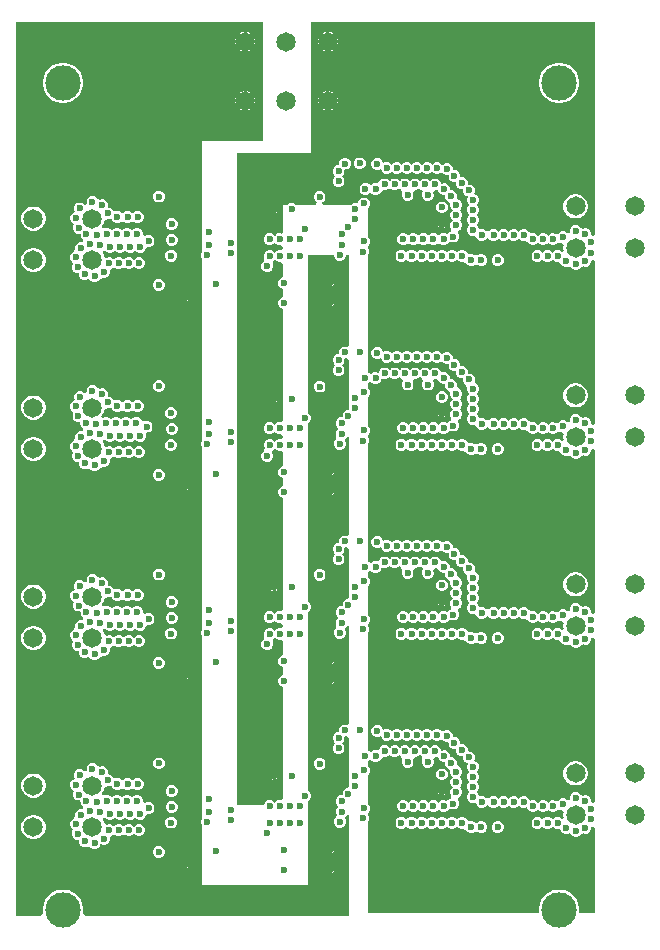
<source format=gbr>
G04*
G04 #@! TF.GenerationSoftware,Altium Limited,Altium Designer,25.1.2 (22)*
G04*
G04 Layer_Physical_Order=3*
G04 Layer_Color=16440176*
%FSLAX25Y25*%
%MOIN*%
G70*
G04*
G04 #@! TF.SameCoordinates,F9270A21-815C-4611-AB15-1A1B74E7ADE5*
G04*
G04*
G04 #@! TF.FilePolarity,Positive*
G04*
G01*
G75*
%ADD24C,0.11811*%
%ADD25C,0.06496*%
%ADD26C,0.02362*%
G36*
X206791Y248727D02*
X206092Y248304D01*
X205565Y248643D01*
Y249122D01*
X205265Y249846D01*
X204712Y250399D01*
X203988Y250699D01*
X203205D01*
X203017Y250621D01*
X202063Y250868D01*
X201509Y251422D01*
X200785Y251722D01*
X200002D01*
X199279Y251422D01*
X198725Y250868D01*
X198425Y250145D01*
Y249429D01*
X198235Y249284D01*
X197698Y249064D01*
X197299Y249463D01*
X196576Y249763D01*
X195793D01*
X195069Y249463D01*
X194516Y248909D01*
X193650Y248878D01*
X193296Y249025D01*
X192512D01*
X191789Y248725D01*
X191737Y248674D01*
X191223Y248183D01*
X190708Y248674D01*
X190657Y248725D01*
X189933Y249025D01*
X189150D01*
X188427Y248725D01*
X188375Y248674D01*
X187861Y248183D01*
X187346Y248674D01*
X187295Y248725D01*
X186571Y249025D01*
X185788D01*
X184859Y249456D01*
X184802Y249594D01*
X184248Y250148D01*
X183525Y250448D01*
X182742D01*
X182018Y250148D01*
X181979Y250109D01*
X181440Y249619D01*
X180950Y250109D01*
X180886Y250172D01*
X180163Y250472D01*
X179380D01*
X178656Y250172D01*
X178603Y250119D01*
X178091Y249629D01*
X177575Y250119D01*
X177524Y250170D01*
X176801Y250470D01*
X176017D01*
X175294Y250170D01*
X175253Y250129D01*
X174717Y249639D01*
X174224Y250129D01*
X174162Y250192D01*
X173438Y250491D01*
X172655D01*
X171932Y250192D01*
X171534Y249794D01*
X171062Y249701D01*
X170590Y249794D01*
X170193Y250192D01*
X169469Y250491D01*
X168686D01*
X167929Y251030D01*
X167820Y251293D01*
X167768Y251345D01*
X167278Y251859D01*
X167768Y252373D01*
X167820Y252425D01*
X168119Y253149D01*
Y253932D01*
X167820Y254655D01*
X167768Y254707D01*
X167278Y255221D01*
X167768Y255736D01*
X167820Y255787D01*
X168119Y256511D01*
Y257294D01*
X167820Y258017D01*
X167768Y258069D01*
X167278Y258583D01*
X167768Y259098D01*
X167820Y259149D01*
X168119Y259873D01*
Y260656D01*
X167820Y261380D01*
X167266Y261933D01*
X166542Y262233D01*
X166491Y262310D01*
X166754Y262946D01*
Y263729D01*
X166455Y264452D01*
X165901Y265006D01*
X165177Y265306D01*
X165104D01*
X164394Y265323D01*
X164377Y266033D01*
Y266106D01*
X164077Y266830D01*
X163523Y267383D01*
X162800Y267683D01*
X162727D01*
X162016Y267700D01*
X161999Y268410D01*
Y268484D01*
X161700Y269207D01*
X161146Y269761D01*
X160423Y270060D01*
X159639D01*
X159543Y270125D01*
Y270780D01*
X159244Y271503D01*
X158690Y272057D01*
X157966Y272357D01*
X157183D01*
X156460Y272057D01*
X156314Y271911D01*
X155917Y271990D01*
X155363Y272544D01*
X154640Y272844D01*
X153857D01*
X153133Y272544D01*
X153081Y272493D01*
X152567Y272002D01*
X152053Y272493D01*
X152001Y272544D01*
X151277Y272844D01*
X150494D01*
X149771Y272544D01*
X149719Y272493D01*
X149205Y272002D01*
X148690Y272493D01*
X148639Y272544D01*
X147915Y272844D01*
X147132D01*
X146409Y272544D01*
X146357Y272493D01*
X145843Y272002D01*
X145328Y272493D01*
X145276Y272544D01*
X144553Y272844D01*
X143770D01*
X143046Y272544D01*
X142995Y272493D01*
X142480Y272002D01*
X141966Y272493D01*
X141914Y272544D01*
X141191Y272844D01*
X140408D01*
X139684Y272544D01*
X139633Y272493D01*
X139118Y272002D01*
X138604Y272493D01*
X138552Y272544D01*
X137829Y272844D01*
X137046D01*
X136986Y272819D01*
X136312Y272567D01*
X136035Y273213D01*
X136004Y273288D01*
X135450Y273842D01*
X134727Y274141D01*
X133944D01*
X133220Y273842D01*
X132667Y273288D01*
X132367Y272564D01*
Y271781D01*
X132667Y271058D01*
X133220Y270504D01*
X133944Y270204D01*
X134727D01*
X134787Y270229D01*
X135460Y270481D01*
X135737Y269835D01*
X135768Y269760D01*
X136322Y269206D01*
X137046Y268907D01*
X137829D01*
X138552Y269206D01*
X138604Y269258D01*
X139118Y269748D01*
X139633Y269258D01*
X139684Y269206D01*
X140408Y268907D01*
X141191D01*
X141914Y269206D01*
X141966Y269258D01*
X142480Y269748D01*
X142995Y269258D01*
X143046Y269206D01*
X143770Y268907D01*
X144553D01*
X145276Y269206D01*
X145328Y269258D01*
X145843Y269748D01*
X146357Y269258D01*
X146409Y269206D01*
X147132Y268907D01*
X147915D01*
X148639Y269206D01*
X148690Y269258D01*
X149205Y269748D01*
X149719Y269258D01*
X149771Y269206D01*
X150494Y268907D01*
X151277D01*
X152001Y269206D01*
X152053Y269258D01*
X152567Y269748D01*
X153081Y269258D01*
X153133Y269206D01*
X153857Y268907D01*
X154640D01*
X155363Y269206D01*
X155509Y269352D01*
X155906Y269273D01*
X156460Y268719D01*
X157183Y268420D01*
X157966D01*
X158062Y268355D01*
Y267700D01*
X158362Y266977D01*
X158916Y266423D01*
X159639Y266124D01*
X159712D01*
X160423Y266107D01*
X160440Y265396D01*
Y265323D01*
X160740Y264599D01*
X161293Y264046D01*
X162017Y263746D01*
X162090D01*
X162800Y263729D01*
X162817Y263019D01*
Y262946D01*
X163117Y262222D01*
X163671Y261668D01*
X164394Y261369D01*
X164446Y261292D01*
X164182Y260656D01*
Y259873D01*
X164482Y259149D01*
X164534Y259098D01*
X165024Y258583D01*
X164534Y258069D01*
X164482Y258017D01*
X164182Y257294D01*
Y256511D01*
X164482Y255787D01*
X164534Y255736D01*
X165024Y255221D01*
X164534Y254707D01*
X164482Y254655D01*
X164182Y253932D01*
Y253149D01*
X164482Y252425D01*
X164534Y252373D01*
X165024Y251859D01*
X164534Y251345D01*
X164482Y251293D01*
X164182Y250570D01*
Y249786D01*
X164482Y249063D01*
X165036Y248509D01*
X165759Y248209D01*
X166542D01*
X167300Y247671D01*
X167409Y247408D01*
X167963Y246854D01*
X168686Y246554D01*
X169469D01*
X170193Y246854D01*
X170590Y247252D01*
X171062Y247345D01*
X171534Y247252D01*
X171932Y246854D01*
X172655Y246554D01*
X173438D01*
X174162Y246854D01*
X174203Y246895D01*
X174739Y247385D01*
X175231Y246895D01*
X175294Y246832D01*
X176017Y246533D01*
X176801D01*
X177524Y246832D01*
X177577Y246885D01*
X178089Y247375D01*
X178605Y246885D01*
X178656Y246834D01*
X179380Y246535D01*
X180163D01*
X180886Y246834D01*
X180926Y246874D01*
X181464Y247364D01*
X181955Y246874D01*
X182018Y246810D01*
X182742Y246511D01*
X183525D01*
X184454Y246079D01*
X184511Y245941D01*
X185064Y245388D01*
X185788Y245088D01*
X186571D01*
X187295Y245388D01*
X187346Y245439D01*
X187861Y245930D01*
X188375Y245439D01*
X188427Y245388D01*
X189150Y245088D01*
X189933D01*
X190657Y245388D01*
X190708Y245439D01*
X191223Y245930D01*
X191737Y245439D01*
X191789Y245388D01*
X192512Y245088D01*
X193296D01*
X194019Y245388D01*
X194573Y245941D01*
X195438Y245972D01*
X195793Y245826D01*
X195812D01*
X196416Y245038D01*
X196358Y244823D01*
Y243760D01*
X196461Y243376D01*
X195755Y242968D01*
X195528Y243195D01*
X194805Y243495D01*
X194022D01*
X193298Y243195D01*
X193246Y243144D01*
X192732Y242653D01*
X192218Y243144D01*
X192166Y243195D01*
X191443Y243495D01*
X190659D01*
X189936Y243195D01*
X189884Y243144D01*
X189370Y242653D01*
X188856Y243144D01*
X188804Y243195D01*
X188080Y243495D01*
X187297D01*
X186574Y243195D01*
X186020Y242641D01*
X185720Y241918D01*
Y241135D01*
X186020Y240411D01*
X186574Y239858D01*
X187297Y239558D01*
X188080D01*
X188804Y239858D01*
X188856Y239909D01*
X189370Y240400D01*
X189884Y239909D01*
X189936Y239858D01*
X190659Y239558D01*
X191443D01*
X192166Y239858D01*
X192218Y239909D01*
X192732Y240400D01*
X193246Y239909D01*
X193298Y239858D01*
X194022Y239558D01*
X194805D01*
X195483Y238987D01*
X195617Y238664D01*
X196171Y238110D01*
X196894Y237810D01*
X197677D01*
X197970Y237932D01*
X198840Y237707D01*
X199394Y237153D01*
X200117Y236854D01*
X200900D01*
X201624Y237153D01*
X202178Y237707D01*
X203116Y238026D01*
X203295Y237952D01*
X204078D01*
X204802Y238252D01*
X205355Y238806D01*
X205655Y239529D01*
Y239992D01*
X206027Y240221D01*
X206376Y240085D01*
X206791Y239614D01*
Y185735D01*
X206092Y185312D01*
X205565Y185651D01*
Y186130D01*
X205265Y186854D01*
X204712Y187407D01*
X203988Y187707D01*
X203205D01*
X203017Y187629D01*
X202063Y187876D01*
X201509Y188430D01*
X200785Y188730D01*
X200002D01*
X199279Y188430D01*
X198725Y187876D01*
X198425Y187153D01*
Y186437D01*
X198235Y186292D01*
X197698Y186072D01*
X197299Y186471D01*
X196576Y186770D01*
X195793D01*
X195069Y186471D01*
X194516Y185917D01*
X193650Y185886D01*
X193296Y186033D01*
X192512D01*
X191789Y185733D01*
X191737Y185681D01*
X191223Y185191D01*
X190708Y185681D01*
X190657Y185733D01*
X189933Y186033D01*
X189150D01*
X188427Y185733D01*
X188375Y185681D01*
X187861Y185191D01*
X187346Y185681D01*
X187295Y185733D01*
X186571Y186033D01*
X185788D01*
X184859Y186464D01*
X184802Y186602D01*
X184248Y187156D01*
X183525Y187455D01*
X182742D01*
X182018Y187156D01*
X181979Y187116D01*
X181440Y186626D01*
X180950Y187116D01*
X180886Y187180D01*
X180163Y187480D01*
X179380D01*
X178656Y187180D01*
X178603Y187127D01*
X178091Y186637D01*
X177575Y187127D01*
X177524Y187178D01*
X176801Y187478D01*
X176017D01*
X175294Y187178D01*
X175253Y187137D01*
X174717Y186647D01*
X174224Y187137D01*
X174162Y187200D01*
X173438Y187499D01*
X172655D01*
X171932Y187200D01*
X171534Y186802D01*
X171062Y186708D01*
X170590Y186802D01*
X170193Y187200D01*
X169469Y187499D01*
X168686D01*
X167929Y188038D01*
X167820Y188301D01*
X167768Y188353D01*
X167278Y188867D01*
X167768Y189381D01*
X167820Y189433D01*
X168119Y190156D01*
Y190939D01*
X167820Y191663D01*
X167768Y191715D01*
X167278Y192229D01*
X167768Y192744D01*
X167820Y192795D01*
X168119Y193519D01*
Y194302D01*
X167820Y195025D01*
X167768Y195077D01*
X167278Y195591D01*
X167768Y196106D01*
X167820Y196157D01*
X168119Y196881D01*
Y197664D01*
X167820Y198387D01*
X167266Y198941D01*
X167179Y198977D01*
X166754Y199953D01*
Y200737D01*
X166455Y201460D01*
X165901Y202014D01*
X165177Y202313D01*
X165104D01*
X164394Y202330D01*
X164377Y203041D01*
Y203114D01*
X164077Y203837D01*
X163523Y204391D01*
X162800Y204691D01*
X162727D01*
X162016Y204708D01*
X161999Y205418D01*
Y205491D01*
X161700Y206215D01*
X161146Y206769D01*
X160423Y207068D01*
X159639D01*
X159543Y207133D01*
Y207787D01*
X159244Y208511D01*
X158690Y209065D01*
X157966Y209364D01*
X157183D01*
X156700Y209164D01*
X155917Y208998D01*
X155363Y209552D01*
X154640Y209852D01*
X153857D01*
X153133Y209552D01*
X153081Y209500D01*
X152567Y209010D01*
X152053Y209500D01*
X152001Y209552D01*
X151277Y209852D01*
X150494D01*
X149771Y209552D01*
X149719Y209500D01*
X149205Y209010D01*
X148690Y209500D01*
X148639Y209552D01*
X147915Y209852D01*
X147132D01*
X146409Y209552D01*
X146357Y209500D01*
X145843Y209010D01*
X145328Y209500D01*
X145276Y209552D01*
X144553Y209852D01*
X143770D01*
X143046Y209552D01*
X142995Y209500D01*
X142480Y209010D01*
X141966Y209500D01*
X141914Y209552D01*
X141191Y209852D01*
X140408D01*
X139684Y209552D01*
X139633Y209500D01*
X139118Y209010D01*
X138604Y209500D01*
X138552Y209552D01*
X137829Y209852D01*
X137046D01*
X136986Y209827D01*
X136312Y209575D01*
X136035Y210221D01*
X136004Y210296D01*
X135450Y210849D01*
X134727Y211149D01*
X133944D01*
X133220Y210849D01*
X132667Y210296D01*
X132367Y209572D01*
Y208789D01*
X132667Y208066D01*
X133220Y207512D01*
X133944Y207212D01*
X134727D01*
X134787Y207237D01*
X135460Y207488D01*
X135737Y206843D01*
X135768Y206768D01*
X136322Y206214D01*
X137046Y205915D01*
X137829D01*
X138552Y206214D01*
X138604Y206266D01*
X139118Y206756D01*
X139633Y206266D01*
X139684Y206214D01*
X140408Y205915D01*
X141191D01*
X141914Y206214D01*
X141966Y206266D01*
X142480Y206756D01*
X142995Y206266D01*
X143046Y206214D01*
X143770Y205915D01*
X144553D01*
X145276Y206214D01*
X145328Y206266D01*
X145843Y206756D01*
X146357Y206266D01*
X146409Y206214D01*
X147132Y205915D01*
X147915D01*
X148639Y206214D01*
X148690Y206266D01*
X149205Y206756D01*
X149719Y206266D01*
X149771Y206214D01*
X150494Y205915D01*
X151277D01*
X152001Y206214D01*
X152053Y206266D01*
X152567Y206756D01*
X153081Y206266D01*
X153133Y206214D01*
X153857Y205915D01*
X154640D01*
X155122Y206115D01*
X155906Y206281D01*
X156460Y205727D01*
X157183Y205427D01*
X157966D01*
X158062Y205363D01*
Y204708D01*
X158362Y203985D01*
X158916Y203431D01*
X159639Y203131D01*
X159712D01*
X160423Y203114D01*
X160440Y202404D01*
Y202331D01*
X160740Y201607D01*
X161293Y201054D01*
X162017Y200754D01*
X162090D01*
X162800Y200737D01*
X162817Y200026D01*
Y199953D01*
X163117Y199230D01*
X163671Y198676D01*
X163758Y198640D01*
X164182Y197664D01*
Y196881D01*
X164482Y196157D01*
X164534Y196106D01*
X165024Y195591D01*
X164534Y195077D01*
X164482Y195025D01*
X164182Y194302D01*
Y193519D01*
X164482Y192795D01*
X164534Y192744D01*
X165024Y192229D01*
X164534Y191715D01*
X164482Y191663D01*
X164182Y190939D01*
Y190156D01*
X164482Y189433D01*
X164534Y189381D01*
X165024Y188867D01*
X164534Y188353D01*
X164482Y188301D01*
X164182Y187577D01*
Y186794D01*
X164482Y186071D01*
X165036Y185517D01*
X165759Y185217D01*
X166542D01*
X167300Y184679D01*
X167409Y184416D01*
X167963Y183862D01*
X168686Y183562D01*
X169469D01*
X170193Y183862D01*
X170590Y184260D01*
X171062Y184353D01*
X171534Y184260D01*
X171932Y183862D01*
X172655Y183562D01*
X173438D01*
X174162Y183862D01*
X174203Y183903D01*
X174739Y184393D01*
X175231Y183903D01*
X175294Y183840D01*
X176017Y183541D01*
X176801D01*
X177524Y183840D01*
X177577Y183893D01*
X178089Y184383D01*
X178605Y183893D01*
X178656Y183842D01*
X179380Y183543D01*
X180163D01*
X180886Y183842D01*
X180926Y183882D01*
X181464Y184372D01*
X181955Y183882D01*
X182018Y183818D01*
X182742Y183519D01*
X183525D01*
X184454Y183087D01*
X184511Y182949D01*
X185064Y182395D01*
X185788Y182096D01*
X186571D01*
X187295Y182395D01*
X187346Y182447D01*
X187861Y182937D01*
X188375Y182447D01*
X188427Y182395D01*
X189150Y182096D01*
X189933D01*
X190657Y182395D01*
X190708Y182447D01*
X191223Y182937D01*
X191737Y182447D01*
X191789Y182395D01*
X192512Y182096D01*
X193296D01*
X194019Y182395D01*
X194573Y182949D01*
X195438Y182980D01*
X195793Y182833D01*
X195812D01*
X196416Y182046D01*
X196358Y181831D01*
Y180768D01*
X196461Y180384D01*
X195755Y179976D01*
X195528Y180203D01*
X194805Y180503D01*
X194022D01*
X193298Y180203D01*
X193246Y180151D01*
X192732Y179661D01*
X192218Y180151D01*
X192166Y180203D01*
X191443Y180503D01*
X190659D01*
X189936Y180203D01*
X189884Y180151D01*
X189370Y179661D01*
X188856Y180151D01*
X188804Y180203D01*
X188080Y180503D01*
X187297D01*
X186574Y180203D01*
X186020Y179649D01*
X185720Y178926D01*
Y178143D01*
X186020Y177419D01*
X186574Y176865D01*
X187297Y176566D01*
X188080D01*
X188804Y176865D01*
X188856Y176917D01*
X189370Y177407D01*
X189884Y176917D01*
X189936Y176865D01*
X190659Y176566D01*
X191443D01*
X192166Y176865D01*
X192218Y176917D01*
X192732Y177407D01*
X193246Y176917D01*
X193298Y176865D01*
X194022Y176566D01*
X194805D01*
X195483Y175994D01*
X195617Y175672D01*
X196171Y175118D01*
X196894Y174818D01*
X197677D01*
X197970Y174940D01*
X198840Y174715D01*
X199394Y174161D01*
X200117Y173861D01*
X200900D01*
X201624Y174161D01*
X202178Y174715D01*
X203116Y175034D01*
X203295Y174960D01*
X204078D01*
X204802Y175260D01*
X205355Y175814D01*
X205655Y176537D01*
Y177000D01*
X206027Y177229D01*
X206376Y177093D01*
X206791Y176622D01*
Y122743D01*
X206092Y122320D01*
X205565Y122659D01*
Y123138D01*
X205265Y123862D01*
X204712Y124415D01*
X203988Y124715D01*
X203205D01*
X203017Y124637D01*
X202063Y124884D01*
X201509Y125438D01*
X200785Y125737D01*
X200002D01*
X199279Y125438D01*
X198725Y124884D01*
X198425Y124161D01*
Y123444D01*
X198235Y123300D01*
X197698Y123080D01*
X197299Y123479D01*
X196576Y123778D01*
X195793D01*
X195069Y123479D01*
X194516Y122925D01*
X193650Y122894D01*
X193296Y123041D01*
X192512D01*
X191789Y122741D01*
X191737Y122689D01*
X191223Y122199D01*
X190708Y122689D01*
X190657Y122741D01*
X189933Y123041D01*
X189150D01*
X188427Y122741D01*
X188375Y122689D01*
X187861Y122199D01*
X187346Y122689D01*
X187295Y122741D01*
X186571Y123041D01*
X185788D01*
X184859Y123472D01*
X184802Y123610D01*
X184248Y124164D01*
X183525Y124463D01*
X182742D01*
X182018Y124164D01*
X181979Y124124D01*
X181440Y123634D01*
X180950Y124124D01*
X180886Y124188D01*
X180163Y124488D01*
X179380D01*
X178656Y124188D01*
X178603Y124135D01*
X178091Y123645D01*
X177575Y124135D01*
X177524Y124186D01*
X176801Y124485D01*
X176017D01*
X175294Y124186D01*
X175253Y124145D01*
X174717Y123655D01*
X174224Y124145D01*
X174162Y124208D01*
X173438Y124507D01*
X172655D01*
X171932Y124208D01*
X171534Y123810D01*
X171062Y123716D01*
X170590Y123810D01*
X170193Y124208D01*
X169469Y124507D01*
X168686D01*
X167929Y125046D01*
X167820Y125309D01*
X167768Y125360D01*
X167278Y125875D01*
X167768Y126389D01*
X167820Y126441D01*
X168119Y127164D01*
Y127947D01*
X167820Y128671D01*
X167768Y128723D01*
X167278Y129237D01*
X167768Y129751D01*
X167820Y129803D01*
X168119Y130526D01*
Y131310D01*
X167820Y132033D01*
X167768Y132085D01*
X167278Y132599D01*
X167768Y133114D01*
X167820Y133165D01*
X168119Y133889D01*
Y134672D01*
X167820Y135395D01*
X167266Y135949D01*
X167179Y135985D01*
X166754Y136961D01*
Y137744D01*
X166455Y138468D01*
X165901Y139022D01*
X165177Y139321D01*
X165104D01*
X164394Y139338D01*
X164377Y140049D01*
Y140122D01*
X164077Y140845D01*
X163523Y141399D01*
X162800Y141699D01*
X162727D01*
X162016Y141716D01*
X161999Y142426D01*
Y142499D01*
X161700Y143223D01*
X161146Y143777D01*
X160423Y144076D01*
X159639D01*
X159543Y144141D01*
Y144795D01*
X159244Y145519D01*
X158690Y146073D01*
X157966Y146372D01*
X157183D01*
X156700Y146172D01*
X155917Y146006D01*
X155363Y146560D01*
X154640Y146860D01*
X153857D01*
X153133Y146560D01*
X153081Y146508D01*
X152567Y146018D01*
X152053Y146508D01*
X152001Y146560D01*
X151277Y146860D01*
X150494D01*
X149771Y146560D01*
X149719Y146508D01*
X149205Y146018D01*
X148690Y146508D01*
X148639Y146560D01*
X147915Y146860D01*
X147132D01*
X146409Y146560D01*
X146357Y146508D01*
X145843Y146018D01*
X145328Y146508D01*
X145276Y146560D01*
X144553Y146860D01*
X143770D01*
X143046Y146560D01*
X142995Y146508D01*
X142480Y146018D01*
X141966Y146508D01*
X141914Y146560D01*
X141191Y146860D01*
X140408D01*
X139684Y146560D01*
X139633Y146508D01*
X139118Y146018D01*
X138604Y146508D01*
X138552Y146560D01*
X137829Y146860D01*
X137046D01*
X136986Y146835D01*
X136312Y146583D01*
X136035Y147228D01*
X136004Y147303D01*
X135450Y147857D01*
X134727Y148157D01*
X133944D01*
X133220Y147857D01*
X132667Y147303D01*
X132367Y146580D01*
Y145797D01*
X132667Y145073D01*
X133220Y144520D01*
X133944Y144220D01*
X134727D01*
X134787Y144245D01*
X135460Y144496D01*
X135737Y143851D01*
X135768Y143776D01*
X136322Y143222D01*
X137046Y142922D01*
X137829D01*
X138552Y143222D01*
X138604Y143274D01*
X139118Y143764D01*
X139633Y143274D01*
X139684Y143222D01*
X140408Y142922D01*
X141191D01*
X141914Y143222D01*
X141966Y143274D01*
X142480Y143764D01*
X142995Y143274D01*
X143046Y143222D01*
X143770Y142922D01*
X144553D01*
X145276Y143222D01*
X145328Y143274D01*
X145843Y143764D01*
X146357Y143274D01*
X146409Y143222D01*
X147132Y142922D01*
X147915D01*
X148639Y143222D01*
X148690Y143274D01*
X149205Y143764D01*
X149719Y143274D01*
X149771Y143222D01*
X150494Y142922D01*
X151277D01*
X152001Y143222D01*
X152053Y143274D01*
X152567Y143764D01*
X153081Y143274D01*
X153133Y143222D01*
X153857Y142922D01*
X154640D01*
X155122Y143122D01*
X155906Y143289D01*
X156460Y142735D01*
X157183Y142435D01*
X157966D01*
X158062Y142371D01*
Y141716D01*
X158362Y140993D01*
X158916Y140439D01*
X159639Y140139D01*
X159712D01*
X160423Y140122D01*
X160440Y139412D01*
Y139339D01*
X160740Y138615D01*
X161293Y138061D01*
X162017Y137762D01*
X162090D01*
X162800Y137745D01*
X162817Y137034D01*
Y136961D01*
X163117Y136238D01*
X163671Y135684D01*
X163758Y135648D01*
X164182Y134672D01*
Y133889D01*
X164482Y133165D01*
X164534Y133114D01*
X165024Y132599D01*
X164534Y132085D01*
X164482Y132033D01*
X164182Y131310D01*
Y130526D01*
X164482Y129803D01*
X164534Y129751D01*
X165024Y129237D01*
X164534Y128723D01*
X164482Y128671D01*
X164182Y127947D01*
Y127164D01*
X164482Y126441D01*
X164534Y126389D01*
X165024Y125875D01*
X164534Y125360D01*
X164482Y125309D01*
X164182Y124585D01*
Y123802D01*
X164482Y123079D01*
X165036Y122525D01*
X165759Y122225D01*
X166542D01*
X167300Y121687D01*
X167409Y121424D01*
X167963Y120870D01*
X168686Y120570D01*
X169469D01*
X170193Y120870D01*
X170590Y121268D01*
X171062Y121361D01*
X171534Y121268D01*
X171932Y120870D01*
X172655Y120570D01*
X173438D01*
X174162Y120870D01*
X174203Y120911D01*
X174739Y121401D01*
X175231Y120911D01*
X175294Y120848D01*
X176017Y120548D01*
X176801D01*
X177524Y120848D01*
X177577Y120901D01*
X178089Y121391D01*
X178605Y120901D01*
X178656Y120850D01*
X179380Y120551D01*
X180163D01*
X180886Y120850D01*
X180926Y120890D01*
X181464Y121380D01*
X181955Y120890D01*
X182018Y120826D01*
X182742Y120526D01*
X183525D01*
X184454Y120095D01*
X184511Y119957D01*
X185064Y119403D01*
X185788Y119104D01*
X186571D01*
X187295Y119403D01*
X187346Y119455D01*
X187861Y119945D01*
X188375Y119455D01*
X188427Y119403D01*
X189150Y119104D01*
X189933D01*
X190657Y119403D01*
X190708Y119455D01*
X191223Y119945D01*
X191737Y119455D01*
X191789Y119403D01*
X192512Y119104D01*
X193296D01*
X194019Y119403D01*
X194573Y119957D01*
X195438Y119988D01*
X195793Y119841D01*
X195812D01*
X196416Y119054D01*
X196358Y118838D01*
Y117776D01*
X196461Y117391D01*
X195755Y116984D01*
X195528Y117211D01*
X194805Y117511D01*
X194022D01*
X193298Y117211D01*
X193246Y117159D01*
X192732Y116669D01*
X192218Y117159D01*
X192166Y117211D01*
X191443Y117511D01*
X190659D01*
X189936Y117211D01*
X189884Y117159D01*
X189370Y116669D01*
X188856Y117159D01*
X188804Y117211D01*
X188080Y117511D01*
X187297D01*
X186574Y117211D01*
X186020Y116657D01*
X185720Y115934D01*
Y115150D01*
X186020Y114427D01*
X186574Y113873D01*
X187297Y113574D01*
X188080D01*
X188804Y113873D01*
X188856Y113925D01*
X189370Y114415D01*
X189884Y113925D01*
X189936Y113873D01*
X190659Y113574D01*
X191443D01*
X192166Y113873D01*
X192218Y113925D01*
X192732Y114415D01*
X193246Y113925D01*
X193298Y113873D01*
X194022Y113574D01*
X194805D01*
X195483Y113002D01*
X195617Y112680D01*
X196171Y112126D01*
X196894Y111826D01*
X197677D01*
X197970Y111948D01*
X198840Y111723D01*
X199394Y111169D01*
X200117Y110869D01*
X200900D01*
X201624Y111169D01*
X202178Y111723D01*
X203116Y112042D01*
X203295Y111968D01*
X204078D01*
X204802Y112268D01*
X205355Y112821D01*
X205655Y113545D01*
Y114008D01*
X206027Y114237D01*
X206376Y114100D01*
X206791Y113630D01*
Y59751D01*
X206092Y59328D01*
X205565Y59667D01*
Y60146D01*
X205265Y60869D01*
X204712Y61423D01*
X203988Y61723D01*
X203205D01*
X203017Y61645D01*
X202063Y61892D01*
X201509Y62446D01*
X200785Y62745D01*
X200002D01*
X199279Y62446D01*
X198725Y61892D01*
X198425Y61168D01*
Y60452D01*
X198235Y60308D01*
X197698Y60088D01*
X197299Y60487D01*
X196576Y60786D01*
X195793D01*
X195069Y60487D01*
X194516Y59933D01*
X193650Y59902D01*
X193296Y60049D01*
X192512D01*
X191789Y59749D01*
X191737Y59697D01*
X191223Y59207D01*
X190708Y59697D01*
X190657Y59749D01*
X189933Y60049D01*
X189150D01*
X188427Y59749D01*
X188375Y59697D01*
X187861Y59207D01*
X187346Y59697D01*
X187295Y59749D01*
X186571Y60049D01*
X185788D01*
X185222Y59814D01*
X185102Y59894D01*
X184802Y60618D01*
X184248Y61172D01*
X183525Y61471D01*
X182742D01*
X182018Y61172D01*
X181979Y61132D01*
X181440Y60642D01*
X180950Y61132D01*
X180886Y61196D01*
X180163Y61496D01*
X179380D01*
X178656Y61196D01*
X178603Y61143D01*
X178091Y60653D01*
X177575Y61143D01*
X177524Y61194D01*
X176801Y61493D01*
X176017D01*
X175294Y61194D01*
X175253Y61153D01*
X174717Y60663D01*
X174224Y61153D01*
X174162Y61216D01*
X173438Y61515D01*
X172655D01*
X171932Y61216D01*
X171534Y60818D01*
X171062Y60724D01*
X170590Y60818D01*
X170193Y61216D01*
X169469Y61515D01*
X168686D01*
X167959Y61980D01*
X167820Y62317D01*
X167768Y62368D01*
X167278Y62883D01*
X167768Y63397D01*
X167820Y63449D01*
X168119Y64172D01*
Y64955D01*
X167820Y65679D01*
X167768Y65730D01*
X167278Y66245D01*
X167768Y66759D01*
X167820Y66811D01*
X168119Y67534D01*
Y68318D01*
X167820Y69041D01*
X167768Y69093D01*
X167278Y69607D01*
X167768Y70121D01*
X167820Y70173D01*
X168119Y70897D01*
Y71680D01*
X167820Y72403D01*
X167266Y72957D01*
X166542Y73257D01*
X166491Y73334D01*
X166754Y73969D01*
Y74752D01*
X166455Y75476D01*
X165901Y76030D01*
X165177Y76329D01*
X165104D01*
X164394Y76346D01*
X164377Y77057D01*
Y77130D01*
X164077Y77853D01*
X163523Y78407D01*
X162800Y78707D01*
X162727D01*
X162016Y78724D01*
X161999Y79434D01*
Y79507D01*
X161700Y80231D01*
X161146Y80784D01*
X160423Y81084D01*
X159639D01*
X159551Y81732D01*
X159543Y81803D01*
Y81803D01*
X159244Y82527D01*
X158690Y83080D01*
X157966Y83380D01*
X157183D01*
X156700Y83180D01*
X155917Y83014D01*
X155363Y83568D01*
X154640Y83867D01*
X153857D01*
X153133Y83568D01*
X153081Y83516D01*
X152567Y83026D01*
X152053Y83516D01*
X152001Y83568D01*
X151277Y83867D01*
X150494D01*
X149771Y83568D01*
X149719Y83516D01*
X149205Y83026D01*
X148690Y83516D01*
X148639Y83568D01*
X147915Y83867D01*
X147132D01*
X146409Y83568D01*
X146357Y83516D01*
X145843Y83026D01*
X145328Y83516D01*
X145276Y83568D01*
X144553Y83867D01*
X143770D01*
X143046Y83568D01*
X142995Y83516D01*
X142480Y83026D01*
X141966Y83516D01*
X141914Y83568D01*
X141191Y83867D01*
X140408D01*
X139684Y83568D01*
X139633Y83516D01*
X139118Y83026D01*
X138604Y83516D01*
X138552Y83568D01*
X137829Y83867D01*
X137046D01*
X136986Y83843D01*
X136312Y83591D01*
X136035Y84236D01*
X136004Y84311D01*
X135450Y84865D01*
X134727Y85165D01*
X133944D01*
X133220Y84865D01*
X132667Y84311D01*
X132367Y83588D01*
Y82805D01*
X132667Y82081D01*
X133220Y81528D01*
X133944Y81228D01*
X134727D01*
X134787Y81253D01*
X135460Y81504D01*
X135737Y80859D01*
X135768Y80784D01*
X136322Y80230D01*
X137046Y79930D01*
X137829D01*
X138552Y80230D01*
X138604Y80282D01*
X139118Y80772D01*
X139633Y80282D01*
X139684Y80230D01*
X140408Y79930D01*
X141191D01*
X141914Y80230D01*
X141966Y80282D01*
X142480Y80772D01*
X142995Y80282D01*
X143046Y80230D01*
X143770Y79930D01*
X144553D01*
X145276Y80230D01*
X145328Y80282D01*
X145843Y80772D01*
X146357Y80282D01*
X146409Y80230D01*
X147132Y79930D01*
X147915D01*
X148639Y80230D01*
X148690Y80282D01*
X149205Y80772D01*
X149719Y80282D01*
X149771Y80230D01*
X150494Y79930D01*
X151277D01*
X152001Y80230D01*
X152053Y80282D01*
X152567Y80772D01*
X153081Y80282D01*
X153133Y80230D01*
X153857Y79930D01*
X154640D01*
X155122Y80130D01*
X155906Y80296D01*
X156460Y79743D01*
X157183Y79443D01*
X157966D01*
X158055Y78795D01*
X158062Y78724D01*
Y78724D01*
X158362Y78000D01*
X158916Y77447D01*
X159639Y77147D01*
X159712D01*
X160423Y77130D01*
X160440Y76420D01*
Y76347D01*
X160740Y75623D01*
X161293Y75069D01*
X162017Y74770D01*
X162090D01*
X162800Y74753D01*
X162817Y74042D01*
Y73969D01*
X163117Y73246D01*
X163671Y72692D01*
X164394Y72392D01*
X164446Y72315D01*
X164182Y71680D01*
Y70897D01*
X164482Y70173D01*
X164534Y70121D01*
X165024Y69607D01*
X164534Y69093D01*
X164482Y69041D01*
X164182Y68318D01*
Y67534D01*
X164482Y66811D01*
X164534Y66759D01*
X165024Y66245D01*
X164534Y65730D01*
X164482Y65679D01*
X164182Y64955D01*
Y64172D01*
X164482Y63449D01*
X164534Y63397D01*
X165024Y62883D01*
X164534Y62368D01*
X164482Y62317D01*
X164182Y61593D01*
Y60810D01*
X164482Y60087D01*
X165036Y59533D01*
X165759Y59233D01*
X166542D01*
X166820Y59348D01*
X167109Y59155D01*
X167409Y58432D01*
X167963Y57878D01*
X168686Y57578D01*
X169469D01*
X170193Y57878D01*
X170590Y58276D01*
X171062Y58369D01*
X171534Y58276D01*
X171932Y57878D01*
X172655Y57578D01*
X173438D01*
X174162Y57878D01*
X174203Y57919D01*
X174739Y58408D01*
X175231Y57919D01*
X175294Y57856D01*
X176017Y57556D01*
X176801D01*
X177524Y57856D01*
X177577Y57909D01*
X178089Y58399D01*
X178605Y57909D01*
X178656Y57858D01*
X179380Y57559D01*
X180163D01*
X180886Y57858D01*
X180926Y57898D01*
X181464Y58388D01*
X181955Y57898D01*
X182018Y57834D01*
X182742Y57534D01*
X183525D01*
X184091Y57769D01*
X184211Y57688D01*
X184511Y56965D01*
X185064Y56411D01*
X185788Y56112D01*
X186571D01*
X187295Y56411D01*
X187346Y56463D01*
X187861Y56953D01*
X188375Y56463D01*
X188427Y56411D01*
X189150Y56112D01*
X189933D01*
X190657Y56411D01*
X190708Y56463D01*
X191223Y56953D01*
X191737Y56463D01*
X191789Y56411D01*
X192512Y56112D01*
X193296D01*
X194019Y56411D01*
X194573Y56965D01*
X195438Y56996D01*
X195793Y56849D01*
X195812D01*
X196416Y56062D01*
X196358Y55846D01*
Y54784D01*
X196461Y54399D01*
X195755Y53992D01*
X195528Y54219D01*
X194805Y54518D01*
X194022D01*
X193298Y54219D01*
X193246Y54167D01*
X192732Y53677D01*
X192218Y54167D01*
X192166Y54219D01*
X191443Y54518D01*
X190659D01*
X189936Y54219D01*
X189884Y54167D01*
X189370Y53677D01*
X188856Y54167D01*
X188804Y54219D01*
X188080Y54518D01*
X187297D01*
X186574Y54219D01*
X186020Y53665D01*
X185720Y52942D01*
Y52158D01*
X186020Y51435D01*
X186574Y50881D01*
X187297Y50581D01*
X188080D01*
X188804Y50881D01*
X188856Y50933D01*
X189370Y51423D01*
X189884Y50933D01*
X189936Y50881D01*
X190659Y50581D01*
X191443D01*
X192166Y50881D01*
X192218Y50933D01*
X192732Y51423D01*
X193246Y50933D01*
X193298Y50881D01*
X194022Y50581D01*
X194805D01*
X195446Y50101D01*
X195617Y49688D01*
X196171Y49134D01*
X196894Y48834D01*
X197677D01*
X198401Y49134D01*
X198976Y48595D01*
X199394Y48177D01*
X200117Y47877D01*
X200900D01*
X201624Y48177D01*
X202178Y48730D01*
X203116Y49050D01*
X203295Y48976D01*
X204078D01*
X204802Y49276D01*
X205355Y49829D01*
X205655Y50553D01*
Y51016D01*
X206027Y51245D01*
X206376Y51108D01*
X206791Y50638D01*
Y22441D01*
X202003D01*
X201575Y22963D01*
Y24281D01*
X201318Y25574D01*
X200813Y26792D01*
X200081Y27889D01*
X199148Y28821D01*
X198052Y29553D01*
X196834Y30058D01*
X195541Y30315D01*
X194223D01*
X192930Y30058D01*
X191712Y29553D01*
X190615Y28821D01*
X189683Y27889D01*
X188951Y26792D01*
X188446Y25574D01*
X188189Y24281D01*
Y22963D01*
X187761Y22441D01*
X131201D01*
Y52752D01*
X131346Y52897D01*
X131646Y53621D01*
Y54404D01*
X131346Y55127D01*
X131201Y55273D01*
Y55919D01*
X131536Y56254D01*
X131835Y56977D01*
Y57761D01*
X131536Y58484D01*
X131201Y58819D01*
Y68636D01*
X131492Y68928D01*
X131792Y69651D01*
Y70434D01*
X131492Y71158D01*
X131201Y71449D01*
Y73124D01*
X131465Y73233D01*
X132018Y73787D01*
X132568Y73307D01*
X132597Y73279D01*
X133320Y72979D01*
X134103D01*
X134827Y73279D01*
X135380Y73832D01*
X135437Y73969D01*
X136367Y74400D01*
X137150D01*
X137874Y74700D01*
X137925Y74752D01*
X138440Y75242D01*
X138954Y74752D01*
X139006Y74700D01*
X139729Y74400D01*
X140512D01*
X141236Y74700D01*
X141287Y74752D01*
X141802Y75242D01*
X142316Y74752D01*
X142368Y74700D01*
X142598Y73752D01*
X142421Y73325D01*
Y72541D01*
X142721Y71818D01*
X143275Y71264D01*
X143998Y70965D01*
X144781D01*
X145505Y71264D01*
X146059Y71818D01*
X146358Y72541D01*
Y73325D01*
X146214Y73673D01*
X146255Y73796D01*
X146735Y74400D01*
X147237D01*
X147960Y74700D01*
X148012Y74752D01*
X148526Y75242D01*
X149041Y74752D01*
X149092Y74700D01*
X149296Y73763D01*
X149114Y73325D01*
Y72541D01*
X149414Y71818D01*
X149968Y71264D01*
X150691Y70965D01*
X151474D01*
X152198Y71264D01*
X152752Y71818D01*
X153051Y72541D01*
Y73325D01*
X152907Y73673D01*
X152971Y73846D01*
X153428Y74400D01*
X153961D01*
X154333Y74555D01*
X154569Y74397D01*
X154868Y73674D01*
X155422Y73120D01*
X156146Y72820D01*
X156219D01*
X156929Y72803D01*
X156946Y72093D01*
Y72020D01*
X157246Y71296D01*
X157800Y70742D01*
X158096Y70620D01*
X158652Y69906D01*
Y69122D01*
X158952Y68399D01*
X159004Y68347D01*
X159494Y67833D01*
X159004Y67318D01*
X158952Y67267D01*
X158652Y66543D01*
Y65760D01*
X158952Y65037D01*
X159004Y64985D01*
X159494Y64471D01*
X159004Y63956D01*
X158952Y63905D01*
X158652Y63181D01*
Y62398D01*
X158952Y61675D01*
X158750Y60763D01*
X158524Y60669D01*
X157970Y60116D01*
X157146Y59956D01*
X156781Y60107D01*
X155998D01*
X155274Y59808D01*
X155222Y59756D01*
X154708Y59266D01*
X154194Y59756D01*
X154142Y59808D01*
X153419Y60107D01*
X152635D01*
X151912Y59808D01*
X151860Y59756D01*
X151346Y59266D01*
X150831Y59756D01*
X150780Y59808D01*
X150056Y60107D01*
X149273D01*
X148550Y59808D01*
X148498Y59756D01*
X147984Y59266D01*
X147469Y59756D01*
X147418Y59808D01*
X146694Y60107D01*
X145911D01*
X145187Y59808D01*
X145136Y59756D01*
X144622Y59266D01*
X144107Y59756D01*
X144055Y59808D01*
X143332Y60107D01*
X142549D01*
X141825Y59808D01*
X141272Y59254D01*
X140972Y58531D01*
Y57748D01*
X141272Y57024D01*
X141825Y56470D01*
X142549Y56170D01*
X143332D01*
X144055Y56470D01*
X144107Y56522D01*
X144622Y57012D01*
X145136Y56522D01*
X145187Y56470D01*
X145911Y56170D01*
X146694D01*
X147418Y56470D01*
X147469Y56522D01*
X147984Y57012D01*
X148498Y56522D01*
X148550Y56470D01*
X149273Y56170D01*
X150056D01*
X150780Y56470D01*
X150831Y56522D01*
X151346Y57012D01*
X151860Y56522D01*
X151912Y56470D01*
X152635Y56170D01*
X153419D01*
X154142Y56470D01*
X154194Y56522D01*
X154708Y57012D01*
X155222Y56522D01*
X155274Y56470D01*
X155998Y56170D01*
X156781D01*
X157504Y56470D01*
X158058Y57024D01*
X158883Y57183D01*
X159248Y57032D01*
X160031D01*
X160754Y57332D01*
X161308Y57885D01*
X161608Y58609D01*
Y59392D01*
X161308Y60116D01*
X161510Y61027D01*
X161736Y61121D01*
X162290Y61675D01*
X162589Y62398D01*
Y63181D01*
X162290Y63905D01*
X162238Y63956D01*
X161748Y64471D01*
X162238Y64985D01*
X162290Y65037D01*
X162589Y65760D01*
Y66543D01*
X162290Y67267D01*
X162238Y67318D01*
X161748Y67833D01*
X162238Y68347D01*
X162290Y68399D01*
X162589Y69122D01*
Y69906D01*
X162290Y70629D01*
X161736Y71183D01*
X161440Y71306D01*
X160883Y72020D01*
Y72803D01*
X160583Y73526D01*
X160030Y74080D01*
X159306Y74380D01*
X159233D01*
X158523Y74397D01*
X158506Y75107D01*
Y75180D01*
X158206Y75904D01*
X157652Y76457D01*
X156929Y76757D01*
X156146D01*
X155774Y76603D01*
X155538Y76760D01*
X155238Y77484D01*
X154685Y78038D01*
X153961Y78337D01*
X153178D01*
X152454Y78038D01*
X152403Y77986D01*
X151888Y77496D01*
X151374Y77986D01*
X151322Y78038D01*
X150599Y78337D01*
X149816D01*
X149092Y78038D01*
X149041Y77986D01*
X148526Y77496D01*
X148012Y77986D01*
X147960Y78038D01*
X147237Y78337D01*
X146454D01*
X145730Y78038D01*
X145678Y77986D01*
X145164Y77496D01*
X144650Y77986D01*
X144598Y78038D01*
X143875Y78337D01*
X143091D01*
X142368Y78038D01*
X142316Y77986D01*
X141802Y77496D01*
X141287Y77986D01*
X141236Y78038D01*
X140512Y78337D01*
X139729D01*
X139006Y78038D01*
X138954Y77986D01*
X138440Y77496D01*
X137925Y77986D01*
X137874Y78038D01*
X137150Y78337D01*
X136367D01*
X135643Y78038D01*
X135090Y77484D01*
X134790Y76760D01*
X134671Y76681D01*
X134103Y76916D01*
X133320D01*
X132597Y76616D01*
X132043Y76063D01*
X131494Y76542D01*
X131465Y76571D01*
X131201Y76680D01*
Y115744D01*
X131346Y115889D01*
X131646Y116613D01*
Y117396D01*
X131346Y118119D01*
X131201Y118265D01*
Y118911D01*
X131536Y119246D01*
X131835Y119970D01*
Y120753D01*
X131536Y121476D01*
X131201Y121811D01*
Y131628D01*
X131492Y131920D01*
X131792Y132643D01*
Y133426D01*
X131492Y134150D01*
X131201Y134441D01*
Y136116D01*
X131465Y136225D01*
X132018Y136779D01*
X132568Y136300D01*
X132597Y136271D01*
X133320Y135971D01*
X134103D01*
X134827Y136271D01*
X135380Y136824D01*
X135680Y137548D01*
X135799Y137628D01*
X136367Y137392D01*
X137150D01*
X137874Y137692D01*
X137925Y137744D01*
X138440Y138234D01*
X138954Y137744D01*
X139006Y137692D01*
X139729Y137392D01*
X140512D01*
X141236Y137692D01*
X141287Y137744D01*
X141802Y138234D01*
X142316Y137744D01*
X142368Y137692D01*
X142598Y136744D01*
X142421Y136317D01*
Y135534D01*
X142721Y134810D01*
X143275Y134256D01*
X143998Y133957D01*
X144781D01*
X145505Y134256D01*
X146059Y134810D01*
X146358Y135534D01*
Y136317D01*
X146214Y136665D01*
X146255Y136788D01*
X146735Y137392D01*
X147237D01*
X147960Y137692D01*
X148012Y137744D01*
X148282Y138002D01*
X149072Y137670D01*
X149414Y137040D01*
X149114Y136317D01*
Y135534D01*
X149414Y134810D01*
X149968Y134256D01*
X150691Y133957D01*
X151474D01*
X152198Y134256D01*
X152752Y134810D01*
X153051Y135534D01*
Y136317D01*
X152907Y136665D01*
X152971Y136838D01*
X153428Y137392D01*
X153961D01*
X154780Y136879D01*
X154868Y136666D01*
X155422Y136112D01*
X156146Y135812D01*
X156219D01*
X156929Y135795D01*
X156946Y135085D01*
Y135012D01*
X157246Y134288D01*
X157800Y133735D01*
X158096Y133612D01*
X158652Y132898D01*
Y132115D01*
X158952Y131391D01*
X159004Y131340D01*
X159494Y130825D01*
X159004Y130311D01*
X158952Y130259D01*
X158652Y129535D01*
Y128752D01*
X158952Y128029D01*
X159004Y127977D01*
X159494Y127463D01*
X159004Y126948D01*
X158952Y126897D01*
X158652Y126173D01*
Y125390D01*
X158952Y124667D01*
X158750Y123755D01*
X158524Y123662D01*
X157970Y123108D01*
X157873Y122873D01*
X157504Y122800D01*
X156781Y123100D01*
X155998D01*
X155274Y122800D01*
X155222Y122748D01*
X154708Y122258D01*
X154194Y122748D01*
X154142Y122800D01*
X153419Y123100D01*
X152635D01*
X151912Y122800D01*
X151860Y122748D01*
X151346Y122258D01*
X150831Y122748D01*
X150780Y122800D01*
X150056Y123100D01*
X149273D01*
X148550Y122800D01*
X148498Y122748D01*
X147984Y122258D01*
X147469Y122748D01*
X147418Y122800D01*
X146694Y123100D01*
X145911D01*
X145187Y122800D01*
X145136Y122748D01*
X144622Y122258D01*
X144107Y122748D01*
X144055Y122800D01*
X143332Y123100D01*
X142549D01*
X141825Y122800D01*
X141272Y122246D01*
X140972Y121523D01*
Y120740D01*
X141272Y120016D01*
X141825Y119462D01*
X142549Y119163D01*
X143332D01*
X144055Y119462D01*
X144107Y119514D01*
X144622Y120004D01*
X145136Y119514D01*
X145187Y119462D01*
X145911Y119163D01*
X146694D01*
X147418Y119462D01*
X147469Y119514D01*
X147984Y120004D01*
X148498Y119514D01*
X148550Y119462D01*
X149273Y119163D01*
X150056D01*
X150780Y119462D01*
X150831Y119514D01*
X151346Y120004D01*
X151860Y119514D01*
X151912Y119462D01*
X152635Y119163D01*
X153419D01*
X154142Y119462D01*
X154194Y119514D01*
X154708Y120004D01*
X155222Y119514D01*
X155274Y119462D01*
X155998Y119163D01*
X156781D01*
X157504Y119462D01*
X157888Y119846D01*
X158127Y120026D01*
X158963Y120142D01*
X159248Y120024D01*
X160031D01*
X160754Y120324D01*
X161308Y120878D01*
X161608Y121601D01*
Y122384D01*
X161308Y123108D01*
X161510Y124019D01*
X161736Y124113D01*
X162290Y124667D01*
X162589Y125390D01*
Y126173D01*
X162290Y126897D01*
X162238Y126948D01*
X161748Y127463D01*
X162238Y127977D01*
X162290Y128029D01*
X162589Y128752D01*
Y129535D01*
X162290Y130259D01*
X162238Y130311D01*
X161748Y130825D01*
X162238Y131340D01*
X162290Y131391D01*
X162589Y132115D01*
Y132898D01*
X162290Y133621D01*
X161736Y134175D01*
X161440Y134298D01*
X160883Y135012D01*
Y135795D01*
X160583Y136518D01*
X160030Y137072D01*
X159306Y137372D01*
X159233D01*
X158523Y137389D01*
X158506Y138099D01*
Y138172D01*
X158206Y138896D01*
X157652Y139450D01*
X156929Y139749D01*
X156146D01*
X155327Y140262D01*
X155238Y140476D01*
X154685Y141030D01*
X153961Y141330D01*
X153178D01*
X152454Y141030D01*
X152403Y140978D01*
X151888Y140488D01*
X151374Y140978D01*
X151322Y141030D01*
X150599Y141330D01*
X149816D01*
X149092Y141030D01*
X149041Y140978D01*
X148526Y140488D01*
X148012Y140978D01*
X147960Y141030D01*
X147237Y141330D01*
X146454D01*
X145730Y141030D01*
X145678Y140978D01*
X145164Y140488D01*
X144650Y140978D01*
X144598Y141030D01*
X143875Y141330D01*
X143091D01*
X142368Y141030D01*
X142316Y140978D01*
X141802Y140488D01*
X141287Y140978D01*
X141236Y141030D01*
X140512Y141330D01*
X139729D01*
X139006Y141030D01*
X138954Y140978D01*
X138440Y140488D01*
X137925Y140978D01*
X137874Y141030D01*
X137150Y141330D01*
X136367D01*
X135643Y141030D01*
X135090Y140476D01*
X134790Y139752D01*
X134671Y139673D01*
X134103Y139908D01*
X133320D01*
X132597Y139608D01*
X132043Y139055D01*
X131494Y139534D01*
X131465Y139563D01*
X131201Y139673D01*
Y178736D01*
X131346Y178881D01*
X131646Y179605D01*
Y180388D01*
X131346Y181111D01*
X131201Y181257D01*
Y181903D01*
X131536Y182238D01*
X131835Y182962D01*
Y183745D01*
X131536Y184468D01*
X131201Y184803D01*
Y194620D01*
X131492Y194912D01*
X131792Y195635D01*
Y196418D01*
X131492Y197142D01*
X131201Y197433D01*
Y199108D01*
X131465Y199218D01*
X132018Y199771D01*
X132568Y199292D01*
X132597Y199263D01*
X133320Y198963D01*
X134103D01*
X134827Y199263D01*
X135380Y199817D01*
X135680Y200540D01*
X135799Y200620D01*
X136367Y200385D01*
X137150D01*
X137874Y200684D01*
X137925Y200736D01*
X138440Y201226D01*
X138954Y200736D01*
X139006Y200684D01*
X139729Y200385D01*
X140512D01*
X141236Y200684D01*
X141287Y200736D01*
X141802Y201226D01*
X142316Y200736D01*
X142368Y200684D01*
X142472Y200641D01*
X142721Y199777D01*
X142421Y199054D01*
Y198271D01*
X142721Y197547D01*
X143275Y196993D01*
X143998Y196694D01*
X144781D01*
X145505Y196993D01*
X146059Y197547D01*
X146358Y198271D01*
Y199054D01*
X146099Y199679D01*
X146285Y200049D01*
X146565Y200385D01*
X147237D01*
X147960Y200684D01*
X148012Y200736D01*
X148526Y201226D01*
X149041Y200736D01*
X149092Y200684D01*
X149174Y200651D01*
X149414Y199777D01*
X149114Y199054D01*
Y198271D01*
X149414Y197547D01*
X149968Y196993D01*
X150691Y196694D01*
X151474D01*
X152198Y196993D01*
X152752Y197547D01*
X153051Y198271D01*
Y199054D01*
X152786Y199695D01*
X152989Y200062D01*
X153258Y200385D01*
X153961D01*
X154780Y199872D01*
X154868Y199658D01*
X155422Y199104D01*
X156146Y198804D01*
X156219D01*
X156929Y198787D01*
X156946Y198077D01*
Y198004D01*
X157246Y197280D01*
X157800Y196727D01*
X158096Y196604D01*
X158652Y195890D01*
Y195107D01*
X158952Y194383D01*
X159004Y194332D01*
X159494Y193817D01*
X159004Y193303D01*
X158952Y193251D01*
X158652Y192528D01*
Y191744D01*
X158952Y191021D01*
X159004Y190969D01*
X159494Y190455D01*
X159004Y189941D01*
X158952Y189889D01*
X158652Y189165D01*
Y188382D01*
X158952Y187659D01*
X158750Y186747D01*
X158524Y186654D01*
X157970Y186100D01*
X157873Y185865D01*
X157504Y185792D01*
X156781Y186092D01*
X155998D01*
X155274Y185792D01*
X155222Y185740D01*
X154708Y185250D01*
X154194Y185740D01*
X154142Y185792D01*
X153419Y186092D01*
X152635D01*
X151912Y185792D01*
X151860Y185740D01*
X151346Y185250D01*
X150831Y185740D01*
X150780Y185792D01*
X150056Y186092D01*
X149273D01*
X148550Y185792D01*
X148498Y185740D01*
X147984Y185250D01*
X147469Y185740D01*
X147418Y185792D01*
X146694Y186092D01*
X145911D01*
X145187Y185792D01*
X145136Y185740D01*
X144622Y185250D01*
X144107Y185740D01*
X144055Y185792D01*
X143332Y186092D01*
X142549D01*
X141825Y185792D01*
X141272Y185238D01*
X140972Y184515D01*
Y183732D01*
X141272Y183008D01*
X141825Y182455D01*
X142549Y182155D01*
X143332D01*
X144055Y182455D01*
X144107Y182506D01*
X144622Y182996D01*
X145136Y182506D01*
X145187Y182455D01*
X145911Y182155D01*
X146694D01*
X147418Y182455D01*
X147469Y182506D01*
X147984Y182996D01*
X148498Y182506D01*
X148550Y182455D01*
X149273Y182155D01*
X150056D01*
X150780Y182455D01*
X150831Y182506D01*
X151346Y182996D01*
X151860Y182506D01*
X151912Y182455D01*
X152635Y182155D01*
X153419D01*
X154142Y182455D01*
X154194Y182506D01*
X154708Y182996D01*
X155222Y182506D01*
X155274Y182455D01*
X155998Y182155D01*
X156781D01*
X157504Y182455D01*
X158058Y183008D01*
X158155Y183243D01*
X158524Y183316D01*
X159248Y183016D01*
X160031D01*
X160754Y183316D01*
X161308Y183870D01*
X161608Y184593D01*
Y185376D01*
X161308Y186100D01*
X161510Y187012D01*
X161736Y187105D01*
X162290Y187659D01*
X162589Y188382D01*
Y189165D01*
X162290Y189889D01*
X162238Y189941D01*
X161748Y190455D01*
X162238Y190969D01*
X162290Y191021D01*
X162589Y191744D01*
Y192528D01*
X162290Y193251D01*
X162238Y193303D01*
X161748Y193817D01*
X162238Y194332D01*
X162290Y194383D01*
X162589Y195107D01*
Y195890D01*
X162290Y196613D01*
X161736Y197167D01*
X161440Y197290D01*
X160883Y198004D01*
Y198787D01*
X160583Y199511D01*
X160030Y200064D01*
X159306Y200364D01*
X159233D01*
X158523Y200381D01*
X158506Y201091D01*
Y201164D01*
X158206Y201888D01*
X157652Y202442D01*
X156929Y202741D01*
X156146D01*
X155327Y203255D01*
X155238Y203468D01*
X154685Y204022D01*
X153961Y204322D01*
X153178D01*
X152454Y204022D01*
X152403Y203970D01*
X151888Y203480D01*
X151374Y203970D01*
X151322Y204022D01*
X150599Y204322D01*
X149816D01*
X149092Y204022D01*
X149041Y203970D01*
X148526Y203480D01*
X148012Y203970D01*
X147960Y204022D01*
X147237Y204322D01*
X146454D01*
X145730Y204022D01*
X145678Y203970D01*
X145164Y203480D01*
X144650Y203970D01*
X144598Y204022D01*
X143875Y204322D01*
X143091D01*
X142368Y204022D01*
X142316Y203970D01*
X141802Y203480D01*
X141287Y203970D01*
X141236Y204022D01*
X140512Y204322D01*
X139729D01*
X139006Y204022D01*
X138954Y203970D01*
X138440Y203480D01*
X137925Y203970D01*
X137874Y204022D01*
X137150Y204322D01*
X136367D01*
X135643Y204022D01*
X135090Y203468D01*
X134790Y202745D01*
X134671Y202665D01*
X134103Y202900D01*
X133320D01*
X132597Y202600D01*
X132043Y202047D01*
X131494Y202526D01*
X131465Y202555D01*
X131201Y202665D01*
Y241728D01*
X131346Y241874D01*
X131646Y242597D01*
Y243380D01*
X131346Y244104D01*
X131201Y244249D01*
Y244895D01*
X131536Y245230D01*
X131835Y245954D01*
Y246737D01*
X131536Y247460D01*
X131201Y247795D01*
Y257612D01*
X131492Y257904D01*
X131792Y258627D01*
Y259411D01*
X131492Y260134D01*
X130938Y260688D01*
X130215Y260987D01*
X129432D01*
X128708Y260688D01*
X128155Y260134D01*
X127855Y259411D01*
X127443Y259135D01*
X127397Y259154D01*
X126613D01*
X125890Y258854D01*
X125697Y258661D01*
X116083D01*
X115926Y259449D01*
X116174Y259552D01*
X116728Y260105D01*
X117028Y260829D01*
Y261612D01*
X116728Y262335D01*
X116174Y262889D01*
X115451Y263189D01*
X114667D01*
X113944Y262889D01*
X113390Y262335D01*
X113091Y261612D01*
Y260829D01*
X113390Y260105D01*
X113944Y259552D01*
X114192Y259449D01*
X114036Y258661D01*
X106918D01*
X106824Y258755D01*
X106100Y259055D01*
X105317D01*
X104594Y258755D01*
X104500Y258661D01*
X102953D01*
Y249529D01*
X102165Y249003D01*
X102135Y249015D01*
X101352D01*
X100629Y248715D01*
X100577Y248664D01*
X100063Y248173D01*
X99548Y248664D01*
X99497Y248715D01*
X98773Y249015D01*
X97990D01*
X97267Y248715D01*
X96713Y248162D01*
X96413Y247438D01*
Y246655D01*
X96713Y245931D01*
X97267Y245378D01*
X97990Y245078D01*
X98773D01*
X99497Y245378D01*
X99548Y245429D01*
X100063Y245920D01*
X100577Y245429D01*
X100629Y245378D01*
X101352Y245078D01*
X102135D01*
X102718Y244614D01*
X102727Y244060D01*
X102103Y243485D01*
X101432D01*
X100709Y243185D01*
X100657Y243134D01*
X100143Y242643D01*
X99628Y243134D01*
X99577Y243185D01*
X98853Y243485D01*
X98070D01*
X97346Y243185D01*
X96793Y242632D01*
X96493Y241908D01*
Y241125D01*
X96679Y240676D01*
X96523Y239759D01*
X95969Y239206D01*
X95669Y238482D01*
Y237699D01*
X95969Y236976D01*
X96523Y236422D01*
X97246Y236122D01*
X98029D01*
X98753Y236422D01*
X99307Y236976D01*
X99606Y237699D01*
Y238482D01*
X99420Y238931D01*
X99577Y239848D01*
X99628Y239899D01*
X100143Y240390D01*
X100657Y239899D01*
X100709Y239848D01*
X101432Y239548D01*
X102215D01*
X102953Y239001D01*
Y234350D01*
X102857D01*
X102133Y234051D01*
X101579Y233497D01*
X101279Y232773D01*
Y231990D01*
X101579Y231267D01*
X102133Y230713D01*
X102857Y230413D01*
X102953D01*
Y227756D01*
X102857D01*
X102133Y227456D01*
X101579Y226903D01*
X101279Y226179D01*
Y225396D01*
X101579Y224672D01*
X102133Y224119D01*
X102857Y223819D01*
X102953D01*
Y186537D01*
X102165Y186011D01*
X102135Y186023D01*
X101352D01*
X100629Y185723D01*
X100577Y185672D01*
X100063Y185181D01*
X99548Y185672D01*
X99497Y185723D01*
X98773Y186023D01*
X97990D01*
X97267Y185723D01*
X96713Y185169D01*
X96413Y184446D01*
Y183663D01*
X96713Y182939D01*
X97267Y182386D01*
X97990Y182086D01*
X98773D01*
X99497Y182386D01*
X99548Y182437D01*
X100063Y182928D01*
X100577Y182437D01*
X100629Y182386D01*
X101352Y182086D01*
X102135D01*
X102718Y181622D01*
X102727Y181068D01*
X102103Y180493D01*
X101432D01*
X100709Y180193D01*
X100657Y180141D01*
X100143Y179651D01*
X99628Y180141D01*
X99577Y180193D01*
X98853Y180493D01*
X98070D01*
X97346Y180193D01*
X96793Y179639D01*
X96493Y178916D01*
Y178133D01*
X96793Y177409D01*
X96561Y176528D01*
X96523Y176512D01*
X95969Y175958D01*
X95669Y175235D01*
Y174452D01*
X95969Y173728D01*
X96523Y173174D01*
X97246Y172875D01*
X98029D01*
X98753Y173174D01*
X99307Y173728D01*
X99606Y174452D01*
Y175235D01*
X99307Y175958D01*
X99539Y176840D01*
X99577Y176856D01*
X99628Y176907D01*
X100143Y177398D01*
X100657Y176907D01*
X100709Y176856D01*
X101432Y176556D01*
X102215D01*
X102953Y176009D01*
Y171358D01*
X102857D01*
X102133Y171059D01*
X101579Y170505D01*
X101279Y169781D01*
Y168998D01*
X101579Y168275D01*
X102133Y167721D01*
X102857Y167421D01*
X102953D01*
Y164764D01*
X102857D01*
X102133Y164464D01*
X101579Y163910D01*
X101279Y163187D01*
Y162404D01*
X101579Y161680D01*
X102133Y161126D01*
X102857Y160827D01*
X102953D01*
Y123545D01*
X102165Y123018D01*
X102135Y123031D01*
X101352D01*
X100629Y122731D01*
X100577Y122679D01*
X100063Y122189D01*
X99548Y122679D01*
X99497Y122731D01*
X98773Y123031D01*
X97990D01*
X97267Y122731D01*
X96713Y122177D01*
X96413Y121454D01*
Y120671D01*
X96713Y119947D01*
X97267Y119394D01*
X97990Y119094D01*
X98773D01*
X99497Y119394D01*
X99548Y119445D01*
X100063Y119936D01*
X100577Y119445D01*
X100629Y119394D01*
X101352Y119094D01*
X102135D01*
X102718Y118630D01*
X102727Y118076D01*
X102103Y117501D01*
X101432D01*
X100709Y117201D01*
X100657Y117149D01*
X100143Y116659D01*
X99628Y117149D01*
X99577Y117201D01*
X98853Y117501D01*
X98070D01*
X97346Y117201D01*
X96793Y116647D01*
X96493Y115924D01*
Y115141D01*
X96679Y114692D01*
X96523Y113775D01*
X95969Y113221D01*
X95669Y112498D01*
Y111715D01*
X95969Y110991D01*
X96523Y110438D01*
X97246Y110138D01*
X98029D01*
X98753Y110438D01*
X99307Y110991D01*
X99606Y111715D01*
Y112498D01*
X99420Y112946D01*
X99577Y113863D01*
X99628Y113915D01*
X100143Y114405D01*
X100657Y113915D01*
X100709Y113863D01*
X101432Y113564D01*
X102215D01*
X102953Y113017D01*
Y108366D01*
X102857D01*
X102133Y108066D01*
X101579Y107513D01*
X101279Y106789D01*
Y106006D01*
X101579Y105283D01*
X102133Y104729D01*
X102857Y104429D01*
X102953D01*
Y101772D01*
X102857D01*
X102133Y101472D01*
X101579Y100918D01*
X101279Y100195D01*
Y99412D01*
X101579Y98688D01*
X102133Y98134D01*
X102857Y97835D01*
X102953D01*
Y60552D01*
X102165Y60026D01*
X102135Y60039D01*
X101352D01*
X100629Y59739D01*
X100577Y59687D01*
X100063Y59197D01*
X99548Y59687D01*
X99497Y59739D01*
X98773Y60039D01*
X97990D01*
X97267Y59739D01*
X96713Y59185D01*
X96455Y58563D01*
X87402D01*
Y115829D01*
X87511Y116093D01*
Y116876D01*
X87402Y117139D01*
Y119256D01*
X87484Y119455D01*
Y120238D01*
X87402Y120437D01*
Y178919D01*
X87442Y179016D01*
Y179799D01*
X87402Y179896D01*
Y182345D01*
X87415Y182378D01*
Y183161D01*
X87402Y183194D01*
Y241813D01*
X87511Y242077D01*
Y242860D01*
X87402Y243124D01*
Y245240D01*
X87484Y245439D01*
Y246222D01*
X87402Y246421D01*
Y275689D01*
X112205D01*
Y319488D01*
X206791D01*
Y248727D01*
D02*
G37*
G36*
X96063Y285433D02*
Y279921D01*
X75984D01*
Y242953D01*
X75931Y242899D01*
X75631Y242176D01*
Y241393D01*
X75931Y240669D01*
X75984Y240616D01*
Y179961D01*
X75931Y179907D01*
X75631Y179184D01*
Y178401D01*
X75931Y177677D01*
X75984Y177624D01*
Y116969D01*
X75931Y116915D01*
X75631Y116192D01*
Y115409D01*
X75931Y114685D01*
X75984Y114632D01*
Y53977D01*
X75931Y53923D01*
X75631Y53200D01*
Y52416D01*
X75931Y51693D01*
X75984Y51639D01*
Y31890D01*
X111221D01*
Y59861D01*
X111310Y59898D01*
X111864Y60451D01*
X112163Y61175D01*
Y61958D01*
X111864Y62682D01*
X111310Y63235D01*
X111221Y63272D01*
Y122853D01*
X111310Y122890D01*
X111864Y123444D01*
X112163Y124167D01*
Y124950D01*
X111864Y125674D01*
X111310Y126227D01*
X111221Y126265D01*
Y185845D01*
X111310Y185882D01*
X111864Y186436D01*
X112163Y187159D01*
Y187942D01*
X111864Y188666D01*
X111310Y189220D01*
X111221Y189257D01*
Y241732D01*
X119844D01*
Y241531D01*
X120143Y240807D01*
X120697Y240253D01*
X121421Y239954D01*
X122204D01*
X122927Y240253D01*
X123481Y240807D01*
X123781Y241531D01*
Y241732D01*
X124902D01*
Y211771D01*
X124114Y211245D01*
X123956Y211311D01*
X123172D01*
X122449Y211011D01*
X121895Y210457D01*
X121595Y209734D01*
Y208951D01*
X121015Y208755D01*
X120987D01*
X120264Y208456D01*
X119710Y207902D01*
X119410Y207179D01*
Y206396D01*
X119710Y205672D01*
X119761Y205620D01*
X120252Y205106D01*
X119761Y204591D01*
X119710Y204540D01*
X119410Y203816D01*
Y203033D01*
X119710Y202310D01*
X120264Y201756D01*
X120987Y201456D01*
X121770D01*
X122494Y201756D01*
X123047Y202310D01*
X123347Y203033D01*
Y203816D01*
X123047Y204540D01*
X122996Y204591D01*
X122505Y205106D01*
X122996Y205620D01*
X123047Y205672D01*
X123347Y206396D01*
Y207179D01*
X123928Y207374D01*
X123956D01*
X124114Y207439D01*
X124902Y206913D01*
Y191597D01*
X124752Y191235D01*
Y190452D01*
X124543Y190140D01*
X124288D01*
X123565Y189840D01*
X123011Y189286D01*
X122711Y188563D01*
Y187779D01*
X122064Y187688D01*
X121994Y187681D01*
X121994D01*
X121271Y187382D01*
X120717Y186828D01*
X120417Y186105D01*
Y185321D01*
X120717Y184598D01*
X120823Y184492D01*
X121220Y183978D01*
X120823Y183464D01*
X120717Y183358D01*
X120417Y182634D01*
Y181851D01*
X120600Y181411D01*
X120697Y180599D01*
X120143Y180045D01*
X119844Y179322D01*
Y178539D01*
X120143Y177815D01*
X120697Y177261D01*
X121421Y176962D01*
X122204D01*
X122927Y177261D01*
X123481Y177815D01*
X123781Y178539D01*
Y179322D01*
X123598Y179762D01*
X123501Y180574D01*
X124055Y181128D01*
X124114Y181271D01*
X124902Y181115D01*
Y148779D01*
X124114Y148253D01*
X123956Y148319D01*
X123172D01*
X122449Y148019D01*
X121895Y147465D01*
X121595Y146742D01*
Y145958D01*
X121015Y145763D01*
X120987D01*
X120264Y145464D01*
X119710Y144910D01*
X119410Y144186D01*
Y143403D01*
X119710Y142680D01*
X119761Y142628D01*
X120252Y142114D01*
X119761Y141599D01*
X119710Y141548D01*
X119410Y140824D01*
Y140041D01*
X119710Y139318D01*
X120264Y138764D01*
X120987Y138464D01*
X121770D01*
X122494Y138764D01*
X123047Y139318D01*
X123347Y140041D01*
Y140824D01*
X123047Y141548D01*
X122996Y141599D01*
X122505Y142114D01*
X122996Y142628D01*
X123047Y142680D01*
X123347Y143403D01*
Y144186D01*
X123928Y144381D01*
X123956D01*
X124114Y144447D01*
X124902Y143921D01*
Y128604D01*
X124752Y128243D01*
Y127460D01*
X124067Y127056D01*
X123565Y126848D01*
X123011Y126294D01*
X122711Y125570D01*
Y124787D01*
X122064Y124696D01*
X121994Y124689D01*
X121994D01*
X121271Y124390D01*
X120717Y123836D01*
X120417Y123112D01*
Y122329D01*
X120717Y121606D01*
X120823Y121500D01*
X121220Y120986D01*
X120823Y120471D01*
X120717Y120366D01*
X120417Y119642D01*
Y118859D01*
X120600Y118419D01*
X120697Y117607D01*
X120143Y117053D01*
X119844Y116330D01*
Y115546D01*
X120143Y114823D01*
X120697Y114269D01*
X121421Y113970D01*
X122204D01*
X122927Y114269D01*
X123481Y114823D01*
X123781Y115546D01*
Y116330D01*
X123598Y116770D01*
X123501Y117582D01*
X124055Y118136D01*
X124114Y118279D01*
X124902Y118123D01*
Y85787D01*
X124114Y85261D01*
X123956Y85326D01*
X123172D01*
X122449Y85027D01*
X121895Y84473D01*
X121595Y83750D01*
Y82966D01*
X121015Y82771D01*
X120987D01*
X120264Y82472D01*
X119710Y81918D01*
X119410Y81194D01*
Y80411D01*
X119710Y79688D01*
X119761Y79636D01*
X120252Y79122D01*
X119761Y78607D01*
X119710Y78556D01*
X119410Y77832D01*
Y77049D01*
X119710Y76326D01*
X120264Y75772D01*
X120987Y75472D01*
X121770D01*
X122494Y75772D01*
X123047Y76326D01*
X123347Y77049D01*
Y77832D01*
X123047Y78556D01*
X122996Y78607D01*
X122505Y79122D01*
X122996Y79636D01*
X123047Y79688D01*
X123347Y80411D01*
Y81194D01*
X123928Y81389D01*
X123956D01*
X124114Y81455D01*
X124902Y80929D01*
Y65612D01*
X124752Y65251D01*
Y64468D01*
X124067Y64064D01*
X123565Y63856D01*
X123011Y63302D01*
X122711Y62578D01*
Y61795D01*
X122064Y61704D01*
X121994Y61697D01*
X121994D01*
X121271Y61397D01*
X120717Y60844D01*
X120417Y60120D01*
Y59337D01*
X120717Y58614D01*
X120823Y58508D01*
X121220Y57994D01*
X120823Y57479D01*
X120717Y57374D01*
X120417Y56650D01*
Y55867D01*
X120717Y55144D01*
X120788Y55073D01*
X120697Y54615D01*
X120143Y54061D01*
X119844Y53337D01*
Y52554D01*
X120143Y51831D01*
X120697Y51277D01*
X121421Y50977D01*
X122204D01*
X122927Y51277D01*
X123481Y51831D01*
X123781Y52554D01*
Y53337D01*
X123481Y54061D01*
X123410Y54132D01*
X123501Y54590D01*
X124055Y55144D01*
X124114Y55287D01*
X124902Y55130D01*
Y21654D01*
X75984D01*
X36763Y21654D01*
X36117Y22441D01*
X36220Y22963D01*
Y24281D01*
X35963Y25574D01*
X35459Y26792D01*
X34726Y27889D01*
X33794Y28821D01*
X32698Y29553D01*
X31480Y30058D01*
X30187Y30315D01*
X28868D01*
X27575Y30058D01*
X26357Y29553D01*
X25261Y28821D01*
X24329Y27889D01*
X23596Y26792D01*
X23092Y25574D01*
X22835Y24281D01*
Y22963D01*
X22939Y22441D01*
X22292Y21654D01*
X13780Y21654D01*
Y319488D01*
X96063D01*
Y285433D01*
D02*
G37*
%LPC*%
G36*
X118315Y316221D02*
Y313492D01*
X121044D01*
X120842Y314246D01*
X120414Y314986D01*
X119809Y315591D01*
X119069Y316019D01*
X118315Y316221D01*
D02*
G37*
G36*
X117315D02*
X116561Y316019D01*
X115821Y315591D01*
X115216Y314986D01*
X114788Y314246D01*
X114586Y313492D01*
X117315D01*
Y316221D01*
D02*
G37*
G36*
X121044Y312492D02*
X118315D01*
Y309764D01*
X119069Y309965D01*
X119809Y310393D01*
X120414Y310998D01*
X120842Y311738D01*
X121044Y312492D01*
D02*
G37*
G36*
X117315D02*
X114586D01*
X114788Y311738D01*
X115216Y310998D01*
X115821Y310393D01*
X116561Y309965D01*
X117315Y309764D01*
Y312492D01*
D02*
G37*
G36*
X118315Y296536D02*
Y293807D01*
X121044D01*
X120842Y294561D01*
X120414Y295301D01*
X119809Y295906D01*
X119069Y296334D01*
X118315Y296536D01*
D02*
G37*
G36*
X117315D02*
X116561Y296334D01*
X115821Y295906D01*
X115216Y295301D01*
X114788Y294561D01*
X114586Y293807D01*
X117315D01*
Y296536D01*
D02*
G37*
G36*
X195541Y305906D02*
X194223D01*
X192930Y305648D01*
X191712Y305144D01*
X190615Y304411D01*
X189683Y303479D01*
X188951Y302383D01*
X188446Y301165D01*
X188189Y299872D01*
Y298553D01*
X188446Y297260D01*
X188951Y296042D01*
X189683Y294946D01*
X190615Y294014D01*
X191712Y293281D01*
X192930Y292777D01*
X194223Y292520D01*
X195541D01*
X196834Y292777D01*
X198052Y293281D01*
X199148Y294014D01*
X200081Y294946D01*
X200813Y296042D01*
X201318Y297260D01*
X201575Y298553D01*
Y299872D01*
X201318Y301165D01*
X200813Y302383D01*
X200081Y303479D01*
X199148Y304411D01*
X198052Y305144D01*
X196834Y305648D01*
X195541Y305906D01*
D02*
G37*
G36*
X121044Y292807D02*
X118315D01*
Y290078D01*
X119069Y290280D01*
X119809Y290708D01*
X120414Y291313D01*
X120842Y292053D01*
X121044Y292807D01*
D02*
G37*
G36*
X117315D02*
X114586D01*
X114788Y292053D01*
X115216Y291313D01*
X115821Y290708D01*
X116561Y290280D01*
X117315Y290078D01*
Y292807D01*
D02*
G37*
G36*
X128836Y274311D02*
X128053D01*
X127330Y274011D01*
X126776Y273458D01*
X126476Y272734D01*
Y271951D01*
X126776Y271227D01*
X127330Y270674D01*
X128053Y270374D01*
X128836D01*
X129560Y270674D01*
X130114Y271227D01*
X130413Y271951D01*
Y272734D01*
X130114Y273458D01*
X129560Y274011D01*
X128836Y274311D01*
D02*
G37*
G36*
X153961Y267314D02*
X153178D01*
X152454Y267014D01*
X152403Y266962D01*
X151888Y266472D01*
X151374Y266962D01*
X151322Y267014D01*
X150599Y267314D01*
X149816D01*
X149092Y267014D01*
X149041Y266962D01*
X148526Y266472D01*
X148012Y266962D01*
X147960Y267014D01*
X147237Y267314D01*
X146454D01*
X145730Y267014D01*
X145678Y266962D01*
X145164Y266472D01*
X144650Y266962D01*
X144598Y267014D01*
X143875Y267314D01*
X143091D01*
X142368Y267014D01*
X142316Y266962D01*
X141802Y266472D01*
X141287Y266962D01*
X141236Y267014D01*
X140512Y267314D01*
X139729D01*
X139006Y267014D01*
X138954Y266962D01*
X138440Y266472D01*
X137925Y266962D01*
X137874Y267014D01*
X137150Y267314D01*
X136367D01*
X135643Y267014D01*
X135090Y266460D01*
X135046Y266354D01*
X134103Y265892D01*
X133320D01*
X132597Y265593D01*
X132043Y265039D01*
X131494Y265518D01*
X131465Y265547D01*
X130741Y265847D01*
X129958D01*
X129235Y265547D01*
X128681Y264994D01*
X128381Y264270D01*
Y263487D01*
X128681Y262764D01*
X129235Y262210D01*
X129958Y261910D01*
X130741D01*
X131465Y262210D01*
X132018Y262764D01*
X132568Y262284D01*
X132597Y262255D01*
X133320Y261955D01*
X134103D01*
X134827Y262255D01*
X135380Y262809D01*
X135424Y262915D01*
X136367Y263377D01*
X137150D01*
X137874Y263676D01*
X137925Y263728D01*
X138440Y264218D01*
X138954Y263728D01*
X139006Y263676D01*
X139729Y263377D01*
X140512D01*
X141236Y263676D01*
X141287Y263728D01*
X141802Y264218D01*
X142316Y263728D01*
X142368Y263676D01*
X142598Y262729D01*
X142421Y262301D01*
Y261518D01*
X142721Y260794D01*
X143275Y260241D01*
X143998Y259941D01*
X144781D01*
X145505Y260241D01*
X146059Y260794D01*
X146358Y261518D01*
Y262301D01*
X146214Y262649D01*
X146255Y262772D01*
X146735Y263377D01*
X147237D01*
X147960Y263676D01*
X148012Y263728D01*
X148282Y263986D01*
X149072Y263654D01*
X149414Y263024D01*
X149114Y262301D01*
Y261518D01*
X149414Y260794D01*
X149968Y260241D01*
X150691Y259941D01*
X151474D01*
X152198Y260241D01*
X152752Y260794D01*
X153051Y261518D01*
Y262301D01*
X152907Y262649D01*
X152971Y262823D01*
X153428Y263377D01*
X153961D01*
X154333Y263531D01*
X154569Y263373D01*
X154868Y262650D01*
X155422Y262096D01*
X156146Y261796D01*
X156219D01*
X156929Y261779D01*
X156946Y261069D01*
Y260996D01*
X157246Y260273D01*
X157800Y259719D01*
X158096Y259596D01*
X158652Y258882D01*
Y258099D01*
X158952Y257375D01*
X159004Y257324D01*
X159494Y256809D01*
X159004Y256295D01*
X158952Y256243D01*
X158652Y255520D01*
Y254737D01*
X158952Y254013D01*
X159004Y253961D01*
X159494Y253447D01*
X159004Y252933D01*
X158952Y252881D01*
X158652Y252158D01*
Y251374D01*
X158952Y250651D01*
X158750Y249739D01*
X158524Y249646D01*
X157970Y249092D01*
X157873Y248858D01*
X157504Y248784D01*
X156781Y249084D01*
X155998D01*
X155274Y248784D01*
X155222Y248733D01*
X154708Y248242D01*
X154194Y248733D01*
X154142Y248784D01*
X153419Y249084D01*
X152635D01*
X151912Y248784D01*
X151860Y248733D01*
X151346Y248242D01*
X150831Y248733D01*
X150780Y248784D01*
X150056Y249084D01*
X149273D01*
X148550Y248784D01*
X148498Y248733D01*
X147984Y248242D01*
X147469Y248733D01*
X147418Y248784D01*
X146694Y249084D01*
X145911D01*
X145187Y248784D01*
X145136Y248733D01*
X144622Y248242D01*
X144107Y248733D01*
X144055Y248784D01*
X143332Y249084D01*
X142549D01*
X141825Y248784D01*
X141272Y248231D01*
X140972Y247507D01*
Y246724D01*
X141272Y246000D01*
X141825Y245447D01*
X142549Y245147D01*
X143332D01*
X144055Y245447D01*
X144107Y245498D01*
X144622Y245989D01*
X145136Y245498D01*
X145187Y245447D01*
X145911Y245147D01*
X146694D01*
X147418Y245447D01*
X147469Y245498D01*
X147984Y245989D01*
X148498Y245498D01*
X148550Y245447D01*
X149273Y245147D01*
X150056D01*
X150780Y245447D01*
X150831Y245498D01*
X151346Y245989D01*
X151860Y245498D01*
X151912Y245447D01*
X152635Y245147D01*
X153419D01*
X154142Y245447D01*
X154194Y245498D01*
X154708Y245989D01*
X155222Y245498D01*
X155274Y245447D01*
X155998Y245147D01*
X156781D01*
X157504Y245447D01*
X158058Y246000D01*
X158155Y246235D01*
X158524Y246308D01*
X159248Y246008D01*
X160031D01*
X160754Y246308D01*
X161308Y246862D01*
X161608Y247585D01*
Y248369D01*
X161308Y249092D01*
X161510Y250004D01*
X161736Y250097D01*
X162290Y250651D01*
X162589Y251374D01*
Y252158D01*
X162290Y252881D01*
X162238Y252933D01*
X161748Y253447D01*
X162238Y253961D01*
X162290Y254013D01*
X162589Y254737D01*
Y255520D01*
X162290Y256243D01*
X162238Y256295D01*
X161748Y256809D01*
X162238Y257324D01*
X162290Y257375D01*
X162589Y258099D01*
Y258882D01*
X162290Y259606D01*
X161736Y260159D01*
X161440Y260282D01*
X160883Y260996D01*
Y261779D01*
X160583Y262503D01*
X160030Y263056D01*
X159306Y263356D01*
X159233D01*
X158523Y263373D01*
X158506Y264084D01*
Y264157D01*
X158206Y264880D01*
X157652Y265434D01*
X156929Y265734D01*
X156146D01*
X155774Y265579D01*
X155538Y265737D01*
X155238Y266460D01*
X154685Y267014D01*
X153961Y267314D01*
D02*
G37*
G36*
X123956Y274303D02*
X123172D01*
X122449Y274003D01*
X121895Y273449D01*
X121595Y272726D01*
Y271943D01*
X121015Y271748D01*
X120987D01*
X120264Y271448D01*
X119710Y270894D01*
X119410Y270171D01*
Y269388D01*
X119710Y268664D01*
X119761Y268613D01*
X120252Y268098D01*
X119761Y267584D01*
X119710Y267532D01*
X119410Y266809D01*
Y266025D01*
X119710Y265302D01*
X120264Y264748D01*
X120987Y264448D01*
X121770D01*
X122494Y264748D01*
X123047Y265302D01*
X123347Y266025D01*
Y266809D01*
X123047Y267532D01*
X122996Y267584D01*
X122505Y268098D01*
X122996Y268613D01*
X123047Y268664D01*
X123347Y269388D01*
Y270171D01*
X123928Y270366D01*
X123956D01*
X124679Y270666D01*
X125233Y271219D01*
X125532Y271943D01*
Y272726D01*
X125233Y273449D01*
X124679Y274003D01*
X123956Y274303D01*
D02*
G37*
G36*
X100402Y258060D02*
Y257488D01*
X100973D01*
X100903Y257657D01*
X100571Y257990D01*
X100402Y258060D01*
D02*
G37*
G36*
X99402D02*
X99233Y257990D01*
X98900Y257657D01*
X98830Y257488D01*
X99402D01*
Y258060D01*
D02*
G37*
G36*
X100973Y256488D02*
X100402D01*
Y255917D01*
X100571Y255987D01*
X100903Y256319D01*
X100973Y256488D01*
D02*
G37*
G36*
X99402D02*
X98830D01*
X98900Y256319D01*
X99233Y255987D01*
X99402Y255917D01*
Y256488D01*
D02*
G37*
G36*
X156297Y259646D02*
X155514D01*
X154790Y259346D01*
X154237Y258792D01*
X153937Y258069D01*
Y257286D01*
X154237Y256562D01*
X154790Y256008D01*
X155514Y255709D01*
X156297D01*
X157021Y256008D01*
X157574Y256562D01*
X157874Y257286D01*
Y258069D01*
X157574Y258792D01*
X157021Y259346D01*
X156297Y259646D01*
D02*
G37*
G36*
X200925Y262106D02*
X199862D01*
X198836Y261831D01*
X197916Y261300D01*
X197165Y260549D01*
X196633Y259629D01*
X196358Y258602D01*
Y257540D01*
X196633Y256513D01*
X197165Y255593D01*
X197916Y254842D01*
X198836Y254310D01*
X199862Y254035D01*
X200925D01*
X201951Y254310D01*
X202871Y254842D01*
X203623Y255593D01*
X204154Y256513D01*
X204429Y257540D01*
Y258602D01*
X204154Y259629D01*
X203623Y260549D01*
X202871Y261300D01*
X201951Y261831D01*
X200925Y262106D01*
D02*
G37*
G36*
X156209Y253040D02*
Y252468D01*
X156780D01*
X156710Y252638D01*
X156378Y252970D01*
X156209Y253040D01*
D02*
G37*
G36*
X155209D02*
X155040Y252970D01*
X154707Y252638D01*
X154637Y252468D01*
X155209D01*
Y253040D01*
D02*
G37*
G36*
X156780Y251468D02*
X156209D01*
Y250897D01*
X156378Y250967D01*
X156710Y251300D01*
X156780Y251468D01*
D02*
G37*
G36*
X155209D02*
X154637D01*
X154707Y251300D01*
X155040Y250967D01*
X155209Y250897D01*
Y251468D01*
D02*
G37*
G36*
X162914Y243554D02*
X162131D01*
X161407Y243254D01*
X161355Y243203D01*
X160841Y242712D01*
X160327Y243203D01*
X160275Y243254D01*
X159552Y243554D01*
X158768D01*
X158045Y243254D01*
X157993Y243203D01*
X157479Y242712D01*
X156965Y243203D01*
X156913Y243254D01*
X156189Y243554D01*
X155406D01*
X154683Y243254D01*
X154631Y243203D01*
X154117Y242712D01*
X153602Y243203D01*
X153551Y243254D01*
X152827Y243554D01*
X152044D01*
X151321Y243254D01*
X151269Y243203D01*
X150754Y242712D01*
X150240Y243203D01*
X150189Y243254D01*
X149465Y243554D01*
X148682D01*
X147958Y243254D01*
X147907Y243203D01*
X147392Y242712D01*
X146878Y243203D01*
X146826Y243254D01*
X146103Y243554D01*
X145320D01*
X144596Y243254D01*
X144544Y243203D01*
X144030Y242712D01*
X143516Y243203D01*
X143464Y243254D01*
X142741Y243554D01*
X141957D01*
X141234Y243254D01*
X140680Y242700D01*
X140381Y241977D01*
Y241194D01*
X140680Y240470D01*
X141234Y239916D01*
X141957Y239617D01*
X142741D01*
X143464Y239916D01*
X143516Y239968D01*
X144030Y240459D01*
X144544Y239968D01*
X144596Y239916D01*
X145320Y239617D01*
X146103D01*
X146826Y239916D01*
X146878Y239968D01*
X147392Y240459D01*
X147907Y239968D01*
X147958Y239916D01*
X148682Y239617D01*
X149465D01*
X150189Y239916D01*
X150240Y239968D01*
X150754Y240459D01*
X151269Y239968D01*
X151321Y239916D01*
X152044Y239617D01*
X152827D01*
X153551Y239916D01*
X153602Y239968D01*
X154117Y240459D01*
X154631Y239968D01*
X154683Y239916D01*
X155406Y239617D01*
X156189D01*
X156913Y239916D01*
X156965Y239968D01*
X157479Y240459D01*
X157993Y239968D01*
X158045Y239916D01*
X158768Y239617D01*
X159552D01*
X160275Y239916D01*
X160327Y239968D01*
X160841Y240459D01*
X161355Y239968D01*
X161407Y239916D01*
X162131Y239617D01*
X162914D01*
X163900Y239173D01*
X163927Y239108D01*
X164481Y238554D01*
X165205Y238254D01*
X165988D01*
X166711Y238554D01*
X167725Y238505D01*
X167839Y238391D01*
X168563Y238091D01*
X169346D01*
X170069Y238391D01*
X170623Y238945D01*
X170923Y239668D01*
Y240451D01*
X170623Y241175D01*
X170069Y241728D01*
X169346Y242028D01*
X168563D01*
X167839Y241728D01*
X166825Y241777D01*
X166711Y241892D01*
X165988Y242192D01*
X165205D01*
X164218Y242635D01*
X164191Y242700D01*
X163637Y243254D01*
X162914Y243554D01*
D02*
G37*
G36*
X174864Y242028D02*
X174081D01*
X173357Y241728D01*
X172804Y241175D01*
X172504Y240451D01*
Y239668D01*
X172804Y238945D01*
X173357Y238391D01*
X174081Y238091D01*
X174864D01*
X175588Y238391D01*
X176141Y238945D01*
X176441Y239668D01*
Y240451D01*
X176141Y241175D01*
X175588Y241728D01*
X174864Y242028D01*
D02*
G37*
G36*
X100402Y195067D02*
Y194496D01*
X100973D01*
X100903Y194665D01*
X100571Y194997D01*
X100402Y195067D01*
D02*
G37*
G36*
X99402D02*
X99233Y194997D01*
X98900Y194665D01*
X98830Y194496D01*
X99402D01*
Y195067D01*
D02*
G37*
G36*
X100973Y193496D02*
X100402D01*
Y192925D01*
X100571Y192995D01*
X100903Y193327D01*
X100973Y193496D01*
D02*
G37*
G36*
X99402D02*
X98830D01*
X98900Y193327D01*
X99233Y192995D01*
X99402Y192925D01*
Y193496D01*
D02*
G37*
G36*
X156297Y196398D02*
X155514D01*
X154790Y196099D01*
X154237Y195545D01*
X153937Y194821D01*
Y194038D01*
X154237Y193315D01*
X154790Y192761D01*
X155514Y192461D01*
X156297D01*
X157021Y192761D01*
X157574Y193315D01*
X157874Y194038D01*
Y194821D01*
X157574Y195545D01*
X157021Y196099D01*
X156297Y196398D01*
D02*
G37*
G36*
X200925Y199114D02*
X199862D01*
X198836Y198839D01*
X197916Y198308D01*
X197165Y197556D01*
X196633Y196636D01*
X196358Y195610D01*
Y194547D01*
X196633Y193521D01*
X197165Y192601D01*
X197916Y191850D01*
X198836Y191318D01*
X199862Y191043D01*
X200925D01*
X201951Y191318D01*
X202871Y191850D01*
X203623Y192601D01*
X204154Y193521D01*
X204429Y194547D01*
Y195610D01*
X204154Y196636D01*
X203623Y197556D01*
X202871Y198308D01*
X201951Y198839D01*
X200925Y199114D01*
D02*
G37*
G36*
X156209Y189949D02*
Y189378D01*
X156780D01*
X156710Y189547D01*
X156378Y189879D01*
X156209Y189949D01*
D02*
G37*
G36*
X155209D02*
X155040Y189879D01*
X154707Y189547D01*
X154637Y189378D01*
X155209D01*
Y189949D01*
D02*
G37*
G36*
X156780Y188378D02*
X156209D01*
Y187807D01*
X156378Y187877D01*
X156710Y188209D01*
X156780Y188378D01*
D02*
G37*
G36*
X155209D02*
X154637D01*
X154707Y188209D01*
X155040Y187877D01*
X155209Y187807D01*
Y188378D01*
D02*
G37*
G36*
X162914Y180562D02*
X162131D01*
X161407Y180262D01*
X161355Y180210D01*
X160841Y179720D01*
X160327Y180210D01*
X160275Y180262D01*
X159552Y180562D01*
X158768D01*
X158045Y180262D01*
X157993Y180210D01*
X157479Y179720D01*
X156965Y180210D01*
X156913Y180262D01*
X156189Y180562D01*
X155406D01*
X154683Y180262D01*
X154631Y180210D01*
X154117Y179720D01*
X153602Y180210D01*
X153551Y180262D01*
X152827Y180562D01*
X152044D01*
X151321Y180262D01*
X151269Y180210D01*
X150754Y179720D01*
X150240Y180210D01*
X150189Y180262D01*
X149465Y180562D01*
X148682D01*
X147958Y180262D01*
X147907Y180210D01*
X147392Y179720D01*
X146878Y180210D01*
X146826Y180262D01*
X146103Y180562D01*
X145320D01*
X144596Y180262D01*
X144544Y180210D01*
X144030Y179720D01*
X143516Y180210D01*
X143464Y180262D01*
X142741Y180562D01*
X141957D01*
X141234Y180262D01*
X140680Y179708D01*
X140381Y178985D01*
Y178202D01*
X140680Y177478D01*
X141234Y176924D01*
X141957Y176625D01*
X142741D01*
X143464Y176924D01*
X143516Y176976D01*
X144030Y177466D01*
X144544Y176976D01*
X144596Y176924D01*
X145320Y176625D01*
X146103D01*
X146826Y176924D01*
X146878Y176976D01*
X147392Y177466D01*
X147907Y176976D01*
X147958Y176924D01*
X148682Y176625D01*
X149465D01*
X150189Y176924D01*
X150240Y176976D01*
X150754Y177466D01*
X151269Y176976D01*
X151321Y176924D01*
X152044Y176625D01*
X152827D01*
X153551Y176924D01*
X153602Y176976D01*
X154117Y177466D01*
X154631Y176976D01*
X154683Y176924D01*
X155406Y176625D01*
X156189D01*
X156913Y176924D01*
X156965Y176976D01*
X157479Y177466D01*
X157993Y176976D01*
X158045Y176924D01*
X158768Y176625D01*
X159552D01*
X160275Y176924D01*
X160327Y176976D01*
X160841Y177466D01*
X161355Y176976D01*
X161407Y176924D01*
X162131Y176625D01*
X162914D01*
X163900Y176181D01*
X163927Y176116D01*
X164481Y175562D01*
X165205Y175262D01*
X165988D01*
X166711Y175562D01*
X167725Y175513D01*
X167839Y175399D01*
X168563Y175099D01*
X169346D01*
X170069Y175399D01*
X170623Y175952D01*
X170923Y176676D01*
Y177459D01*
X170623Y178183D01*
X170069Y178736D01*
X169346Y179036D01*
X168563D01*
X167839Y178736D01*
X166825Y178785D01*
X166711Y178900D01*
X165988Y179199D01*
X165205D01*
X164218Y179643D01*
X164191Y179708D01*
X163637Y180262D01*
X162914Y180562D01*
D02*
G37*
G36*
X174864Y179036D02*
X174081D01*
X173357Y178736D01*
X172804Y178183D01*
X172504Y177459D01*
Y176676D01*
X172804Y175952D01*
X173357Y175399D01*
X174081Y175099D01*
X174864D01*
X175588Y175399D01*
X176141Y175952D01*
X176441Y176676D01*
Y177459D01*
X176141Y178183D01*
X175588Y178736D01*
X174864Y179036D01*
D02*
G37*
G36*
X100402Y132075D02*
Y131504D01*
X100973D01*
X100903Y131673D01*
X100571Y132005D01*
X100402Y132075D01*
D02*
G37*
G36*
X99402D02*
X99233Y132005D01*
X98900Y131673D01*
X98830Y131504D01*
X99402D01*
Y132075D01*
D02*
G37*
G36*
X100973Y130504D02*
X100402D01*
Y129933D01*
X100571Y130003D01*
X100903Y130335D01*
X100973Y130504D01*
D02*
G37*
G36*
X99402D02*
X98830D01*
X98900Y130335D01*
X99233Y130003D01*
X99402Y129933D01*
Y130504D01*
D02*
G37*
G36*
X156297Y133661D02*
X155514D01*
X154790Y133362D01*
X154237Y132808D01*
X153937Y132085D01*
Y131301D01*
X154237Y130578D01*
X154790Y130024D01*
X155514Y129724D01*
X156297D01*
X157021Y130024D01*
X157574Y130578D01*
X157874Y131301D01*
Y132085D01*
X157574Y132808D01*
X157021Y133362D01*
X156297Y133661D01*
D02*
G37*
G36*
X200925Y136122D02*
X199862D01*
X198836Y135847D01*
X197916Y135316D01*
X197165Y134564D01*
X196633Y133644D01*
X196358Y132618D01*
Y131555D01*
X196633Y130529D01*
X197165Y129609D01*
X197916Y128858D01*
X198836Y128326D01*
X199862Y128051D01*
X200925D01*
X201951Y128326D01*
X202871Y128858D01*
X203623Y129609D01*
X204154Y130529D01*
X204429Y131555D01*
Y132618D01*
X204154Y133644D01*
X203623Y134564D01*
X202871Y135316D01*
X201951Y135847D01*
X200925Y136122D01*
D02*
G37*
G36*
X156209Y126957D02*
Y126386D01*
X156780D01*
X156710Y126555D01*
X156378Y126887D01*
X156209Y126957D01*
D02*
G37*
G36*
X155209D02*
X155040Y126887D01*
X154707Y126555D01*
X154637Y126386D01*
X155209D01*
Y126957D01*
D02*
G37*
G36*
X156780Y125386D02*
X156209D01*
Y124814D01*
X156378Y124884D01*
X156710Y125217D01*
X156780Y125386D01*
D02*
G37*
G36*
X155209D02*
X154637D01*
X154707Y125217D01*
X155040Y124884D01*
X155209Y124814D01*
Y125386D01*
D02*
G37*
G36*
X162914Y117570D02*
X162131D01*
X161407Y117270D01*
X161355Y117218D01*
X160841Y116728D01*
X160327Y117218D01*
X160275Y117270D01*
X159552Y117570D01*
X158768D01*
X158045Y117270D01*
X157993Y117218D01*
X157479Y116728D01*
X156965Y117218D01*
X156913Y117270D01*
X156189Y117570D01*
X155406D01*
X154683Y117270D01*
X154631Y117218D01*
X154117Y116728D01*
X153602Y117218D01*
X153551Y117270D01*
X152827Y117570D01*
X152044D01*
X151321Y117270D01*
X151269Y117218D01*
X150754Y116728D01*
X150240Y117218D01*
X150189Y117270D01*
X149465Y117570D01*
X148682D01*
X147958Y117270D01*
X147907Y117218D01*
X147392Y116728D01*
X146878Y117218D01*
X146826Y117270D01*
X146103Y117570D01*
X145320D01*
X144596Y117270D01*
X144544Y117218D01*
X144030Y116728D01*
X143516Y117218D01*
X143464Y117270D01*
X142741Y117570D01*
X141957D01*
X141234Y117270D01*
X140680Y116716D01*
X140381Y115993D01*
Y115209D01*
X140680Y114486D01*
X141234Y113932D01*
X141957Y113633D01*
X142741D01*
X143464Y113932D01*
X143516Y113984D01*
X144030Y114474D01*
X144544Y113984D01*
X144596Y113932D01*
X145320Y113633D01*
X146103D01*
X146826Y113932D01*
X146878Y113984D01*
X147392Y114474D01*
X147907Y113984D01*
X147958Y113932D01*
X148682Y113633D01*
X149465D01*
X150189Y113932D01*
X150240Y113984D01*
X150754Y114474D01*
X151269Y113984D01*
X151321Y113932D01*
X152044Y113633D01*
X152827D01*
X153551Y113932D01*
X153602Y113984D01*
X154117Y114474D01*
X154631Y113984D01*
X154683Y113932D01*
X155406Y113633D01*
X156189D01*
X156913Y113932D01*
X156965Y113984D01*
X157479Y114474D01*
X157993Y113984D01*
X158045Y113932D01*
X158768Y113633D01*
X159552D01*
X160275Y113932D01*
X160327Y113984D01*
X160841Y114474D01*
X161355Y113984D01*
X161407Y113932D01*
X162131Y113633D01*
X162914D01*
X163900Y113189D01*
X163927Y113124D01*
X164481Y112570D01*
X165205Y112270D01*
X165988D01*
X166711Y112570D01*
X167725Y112521D01*
X167839Y112407D01*
X168563Y112107D01*
X169346D01*
X170069Y112407D01*
X170623Y112960D01*
X170923Y113684D01*
Y114467D01*
X170623Y115190D01*
X170069Y115744D01*
X169346Y116044D01*
X168563D01*
X167839Y115744D01*
X166825Y115793D01*
X166711Y115908D01*
X165988Y116207D01*
X165205D01*
X164218Y116651D01*
X164191Y116716D01*
X163637Y117270D01*
X162914Y117570D01*
D02*
G37*
G36*
X174864Y116044D02*
X174081D01*
X173357Y115744D01*
X172804Y115190D01*
X172504Y114467D01*
Y113684D01*
X172804Y112960D01*
X173357Y112407D01*
X174081Y112107D01*
X174864D01*
X175588Y112407D01*
X176141Y112960D01*
X176441Y113684D01*
Y114467D01*
X176141Y115190D01*
X175588Y115744D01*
X174864Y116044D01*
D02*
G37*
G36*
X100402Y69083D02*
Y68512D01*
X100973D01*
X100903Y68681D01*
X100571Y69013D01*
X100402Y69083D01*
D02*
G37*
G36*
X99402D02*
X99233Y69013D01*
X98900Y68681D01*
X98830Y68512D01*
X99402D01*
Y69083D01*
D02*
G37*
G36*
X100973Y67512D02*
X100402D01*
Y66940D01*
X100571Y67010D01*
X100903Y67343D01*
X100973Y67512D01*
D02*
G37*
G36*
X99402D02*
X98830D01*
X98900Y67343D01*
X99233Y67010D01*
X99402Y66940D01*
Y67512D01*
D02*
G37*
G36*
X156297Y70669D02*
X155514D01*
X154790Y70370D01*
X154237Y69816D01*
X153937Y69092D01*
Y68309D01*
X154237Y67586D01*
X154790Y67032D01*
X155514Y66732D01*
X156297D01*
X157021Y67032D01*
X157574Y67586D01*
X157874Y68309D01*
Y69092D01*
X157574Y69816D01*
X157021Y70370D01*
X156297Y70669D01*
D02*
G37*
G36*
X200925Y73130D02*
X199862D01*
X198836Y72855D01*
X197916Y72324D01*
X197165Y71572D01*
X196633Y70652D01*
X196358Y69626D01*
Y68563D01*
X196633Y67537D01*
X197165Y66617D01*
X197916Y65865D01*
X198836Y65334D01*
X199862Y65059D01*
X200925D01*
X201951Y65334D01*
X202871Y65865D01*
X203623Y66617D01*
X204154Y67537D01*
X204429Y68563D01*
Y69626D01*
X204154Y70652D01*
X203623Y71572D01*
X202871Y72324D01*
X201951Y72855D01*
X200925Y73130D01*
D02*
G37*
G36*
X156209Y63965D02*
Y63394D01*
X156780D01*
X156710Y63563D01*
X156378Y63895D01*
X156209Y63965D01*
D02*
G37*
G36*
X155209D02*
X155040Y63895D01*
X154707Y63563D01*
X154637Y63394D01*
X155209D01*
Y63965D01*
D02*
G37*
G36*
X156780Y62394D02*
X156209D01*
Y61822D01*
X156378Y61892D01*
X156710Y62225D01*
X156780Y62394D01*
D02*
G37*
G36*
X155209D02*
X154637D01*
X154707Y62225D01*
X155040Y61892D01*
X155209Y61822D01*
Y62394D01*
D02*
G37*
G36*
X162914Y54577D02*
X162131D01*
X161407Y54278D01*
X161355Y54226D01*
X160841Y53736D01*
X160327Y54226D01*
X160275Y54278D01*
X159552Y54577D01*
X158768D01*
X158045Y54278D01*
X157993Y54226D01*
X157479Y53736D01*
X156965Y54226D01*
X156913Y54278D01*
X156189Y54577D01*
X155406D01*
X154683Y54278D01*
X154631Y54226D01*
X154117Y53736D01*
X153602Y54226D01*
X153551Y54278D01*
X152827Y54577D01*
X152044D01*
X151321Y54278D01*
X151269Y54226D01*
X150754Y53736D01*
X150240Y54226D01*
X150189Y54278D01*
X149465Y54577D01*
X148682D01*
X147958Y54278D01*
X147907Y54226D01*
X147392Y53736D01*
X146878Y54226D01*
X146826Y54278D01*
X146103Y54577D01*
X145320D01*
X144596Y54278D01*
X144544Y54226D01*
X144030Y53736D01*
X143516Y54226D01*
X143464Y54278D01*
X142741Y54577D01*
X141957D01*
X141234Y54278D01*
X140680Y53724D01*
X140381Y53000D01*
Y52217D01*
X140680Y51494D01*
X141234Y50940D01*
X141957Y50640D01*
X142741D01*
X143464Y50940D01*
X143516Y50992D01*
X144030Y51482D01*
X144544Y50992D01*
X144596Y50940D01*
X145320Y50640D01*
X146103D01*
X146826Y50940D01*
X146878Y50992D01*
X147392Y51482D01*
X147907Y50992D01*
X147958Y50940D01*
X148682Y50640D01*
X149465D01*
X150189Y50940D01*
X150240Y50992D01*
X150754Y51482D01*
X151269Y50992D01*
X151321Y50940D01*
X152044Y50640D01*
X152827D01*
X153551Y50940D01*
X153602Y50992D01*
X154117Y51482D01*
X154631Y50992D01*
X154683Y50940D01*
X155406Y50640D01*
X156189D01*
X156913Y50940D01*
X156965Y50992D01*
X157479Y51482D01*
X157993Y50992D01*
X158045Y50940D01*
X158768Y50640D01*
X159552D01*
X160275Y50940D01*
X160327Y50992D01*
X160841Y51482D01*
X161355Y50992D01*
X161407Y50940D01*
X162131Y50640D01*
X162914D01*
X163892Y50216D01*
X163927Y50131D01*
X164481Y49578D01*
X165205Y49278D01*
X165988D01*
X166711Y49578D01*
X167132Y49999D01*
X167286Y49968D01*
X167839Y49414D01*
X168563Y49115D01*
X169346D01*
X170069Y49414D01*
X170623Y49968D01*
X170923Y50692D01*
Y51475D01*
X170623Y52198D01*
X170069Y52752D01*
X169346Y53052D01*
X168563D01*
X167839Y52752D01*
X167418Y52331D01*
X167265Y52362D01*
X166711Y52915D01*
X165988Y53215D01*
X165205D01*
X164226Y53640D01*
X164191Y53724D01*
X163637Y54278D01*
X162914Y54577D01*
D02*
G37*
G36*
X174864Y53052D02*
X174081D01*
X173357Y52752D01*
X172804Y52198D01*
X172504Y51475D01*
Y50692D01*
X172804Y49968D01*
X173357Y49414D01*
X174081Y49115D01*
X174864D01*
X175588Y49414D01*
X176141Y49968D01*
X176441Y50692D01*
Y51475D01*
X176141Y52198D01*
X175588Y52752D01*
X174864Y53052D01*
D02*
G37*
G36*
X90756Y316221D02*
Y313492D01*
X93484D01*
X93283Y314246D01*
X92855Y314986D01*
X92250Y315591D01*
X91510Y316019D01*
X90756Y316221D01*
D02*
G37*
G36*
X89756D02*
X89002Y316019D01*
X88262Y315591D01*
X87657Y314986D01*
X87229Y314246D01*
X87027Y313492D01*
X89756D01*
Y316221D01*
D02*
G37*
G36*
X93484Y312492D02*
X90756D01*
Y309764D01*
X91510Y309965D01*
X92250Y310393D01*
X92855Y310998D01*
X93283Y311738D01*
X93484Y312492D01*
D02*
G37*
G36*
X89756D02*
X87027D01*
X87229Y311738D01*
X87657Y310998D01*
X88262Y310393D01*
X89002Y309965D01*
X89756Y309764D01*
Y312492D01*
D02*
G37*
G36*
X90756Y296536D02*
Y293807D01*
X93484D01*
X93283Y294561D01*
X92855Y295301D01*
X92250Y295906D01*
X91510Y296334D01*
X90756Y296536D01*
D02*
G37*
G36*
X89756D02*
X89002Y296334D01*
X88262Y295906D01*
X87657Y295301D01*
X87229Y294561D01*
X87027Y293807D01*
X89756D01*
Y296536D01*
D02*
G37*
G36*
X30187Y305906D02*
X28868D01*
X27575Y305648D01*
X26357Y305144D01*
X25261Y304411D01*
X24329Y303479D01*
X23596Y302383D01*
X23092Y301165D01*
X22835Y299872D01*
Y298553D01*
X23092Y297260D01*
X23596Y296042D01*
X24329Y294946D01*
X25261Y294014D01*
X26357Y293281D01*
X27575Y292777D01*
X28868Y292520D01*
X30187D01*
X31480Y292777D01*
X32698Y293281D01*
X33794Y294014D01*
X34726Y294946D01*
X35459Y296042D01*
X35963Y297260D01*
X36220Y298553D01*
Y299872D01*
X35963Y301165D01*
X35459Y302383D01*
X34726Y303479D01*
X33794Y304411D01*
X32698Y305144D01*
X31480Y305648D01*
X30187Y305906D01*
D02*
G37*
G36*
X93484Y292807D02*
X90756D01*
Y290078D01*
X91510Y290280D01*
X92250Y290708D01*
X92855Y291313D01*
X93283Y292053D01*
X93484Y292807D01*
D02*
G37*
G36*
X89756D02*
X87027D01*
X87229Y292053D01*
X87657Y291313D01*
X88262Y290708D01*
X89002Y290280D01*
X89756Y290078D01*
Y292807D01*
D02*
G37*
G36*
X61809Y263287D02*
X61026D01*
X60302Y262988D01*
X59749Y262434D01*
X59449Y261711D01*
Y260927D01*
X59749Y260204D01*
X60302Y259650D01*
X61026Y259350D01*
X61809D01*
X62532Y259650D01*
X63086Y260204D01*
X63386Y260927D01*
Y261711D01*
X63086Y262434D01*
X62532Y262988D01*
X61809Y263287D01*
D02*
G37*
G36*
X39762Y261367D02*
X38979D01*
X38255Y261068D01*
X37701Y260514D01*
X37402Y259790D01*
Y259007D01*
X37218Y258633D01*
X36572Y258666D01*
X36212Y259026D01*
X35489Y259325D01*
X34705D01*
X33982Y259026D01*
X33428Y258472D01*
X33128Y257748D01*
Y256965D01*
X33428Y256242D01*
X33410Y256151D01*
X32775Y255888D01*
X32221Y255334D01*
X31921Y254610D01*
Y253827D01*
X32221Y253104D01*
X32607Y252718D01*
X33088Y252085D01*
X32788Y251362D01*
Y250579D01*
X33088Y249855D01*
X33641Y249301D01*
X34365Y249002D01*
X35148D01*
X35394Y248837D01*
Y248454D01*
X35694Y247731D01*
X36247Y247177D01*
X36306Y247153D01*
X36318Y247144D01*
X36240Y246204D01*
X35949Y246045D01*
X35166D01*
X34443Y245745D01*
X33889Y245192D01*
X33589Y244468D01*
Y243685D01*
X33076Y242867D01*
X32861Y242778D01*
X32307Y242224D01*
X32008Y241501D01*
Y240718D01*
X32307Y239994D01*
X32530Y239772D01*
X32764Y238893D01*
X32464Y238170D01*
Y237387D01*
X32764Y236663D01*
X33318Y236109D01*
X34041Y235810D01*
X34742D01*
X34789Y235740D01*
Y234957D01*
X35088Y234234D01*
X35642Y233680D01*
X36365Y233380D01*
X37148D01*
X37872Y233680D01*
X37904Y233712D01*
X38393Y233614D01*
X38947Y233061D01*
X39670Y232761D01*
X40453D01*
X41177Y233061D01*
X41730Y233614D01*
X41775Y233722D01*
X42716Y234185D01*
X43499D01*
X44223Y234484D01*
X44776Y235038D01*
X45076Y235762D01*
Y236545D01*
X45623Y237281D01*
X45902Y237397D01*
X45954Y237449D01*
X46468Y237939D01*
X46983Y237449D01*
X47034Y237397D01*
X47758Y237097D01*
X48541D01*
X49265Y237397D01*
X49316Y237449D01*
X49831Y237939D01*
X50345Y237449D01*
X50397Y237397D01*
X51120Y237097D01*
X51903D01*
X52627Y237397D01*
X52678Y237449D01*
X53193Y237939D01*
X53707Y237449D01*
X53759Y237397D01*
X54482Y237097D01*
X55265D01*
X55989Y237397D01*
X56543Y237951D01*
X56842Y238674D01*
Y239457D01*
X56543Y240181D01*
X55989Y240735D01*
X55265Y241034D01*
X54482D01*
X53759Y240735D01*
X53707Y240683D01*
X53193Y240193D01*
X52678Y240683D01*
X52627Y240735D01*
X51903Y241034D01*
X51120D01*
X50397Y240735D01*
X50345Y240683D01*
X49831Y240193D01*
X49316Y240683D01*
X49265Y240735D01*
X48541Y241034D01*
X47758D01*
X47034Y240735D01*
X46983Y240683D01*
X46468Y240193D01*
X45954Y240683D01*
X45902Y240735D01*
X45179Y241034D01*
X44396D01*
X44155Y240934D01*
X43244Y241322D01*
X43231Y241339D01*
X43130Y241715D01*
X42736Y242398D01*
X42868Y243129D01*
X42893Y243174D01*
X43705Y243328D01*
X44107Y242927D01*
X44830Y242627D01*
X45613D01*
X46337Y242927D01*
X46389Y242979D01*
X46903Y243469D01*
X47417Y242979D01*
X47469Y242927D01*
X48193Y242627D01*
X48976D01*
X49699Y242927D01*
X49751Y242979D01*
X50265Y243469D01*
X50780Y242979D01*
X50831Y242927D01*
X51555Y242627D01*
X52338D01*
X53061Y242927D01*
X53113Y242979D01*
X53627Y243469D01*
X54142Y242979D01*
X54193Y242927D01*
X54917Y242627D01*
X55700D01*
X56423Y242927D01*
X56977Y243481D01*
X57277Y244204D01*
Y244295D01*
X57670Y244557D01*
X58453D01*
X59177Y244857D01*
X59730Y245411D01*
X60030Y246134D01*
Y246917D01*
X59730Y247641D01*
X59177Y248195D01*
X58453Y248494D01*
X57670D01*
X56946Y248195D01*
X56771Y248019D01*
X56103Y248465D01*
X56125Y248517D01*
Y249300D01*
X55825Y250023D01*
X55271Y250577D01*
X54548Y250877D01*
X53765D01*
X53041Y250577D01*
X52990Y250525D01*
X52475Y250035D01*
X51961Y250525D01*
X51909Y250577D01*
X51186Y250877D01*
X50403D01*
X49679Y250577D01*
X49627Y250525D01*
X49113Y250035D01*
X48599Y250525D01*
X48547Y250577D01*
X47824Y250877D01*
X47040D01*
X46317Y250577D01*
X46265Y250525D01*
X45751Y250035D01*
X45236Y250525D01*
X45185Y250577D01*
X44461Y250877D01*
X43678D01*
X42955Y250577D01*
X42902Y250524D01*
X42815Y250561D01*
X42602Y251448D01*
X42620Y251496D01*
X43130Y252379D01*
X43350Y253198D01*
X43893Y253594D01*
X44182Y253705D01*
X44965D01*
X45688Y254005D01*
X46018Y253354D01*
X46031Y253323D01*
X46585Y252769D01*
X47309Y252470D01*
X48092D01*
X48815Y252769D01*
X48867Y252821D01*
X49381Y253311D01*
X49896Y252821D01*
X49947Y252769D01*
X50671Y252470D01*
X51454D01*
X52178Y252769D01*
X52229Y252821D01*
X52744Y253311D01*
X53258Y252821D01*
X53310Y252769D01*
X54033Y252470D01*
X54816D01*
X55540Y252769D01*
X56094Y253323D01*
X56393Y254047D01*
Y254830D01*
X56094Y255553D01*
X55540Y256107D01*
X54816Y256407D01*
X54033D01*
X53310Y256107D01*
X53258Y256055D01*
X52744Y255565D01*
X52229Y256055D01*
X52178Y256107D01*
X51454Y256407D01*
X50671D01*
X49947Y256107D01*
X49896Y256055D01*
X49381Y255565D01*
X48867Y256055D01*
X48815Y256107D01*
X48092Y256407D01*
X47309D01*
X46585Y256107D01*
X46255Y256758D01*
X46242Y256789D01*
X45688Y257343D01*
X44965Y257642D01*
X44770D01*
X44542Y257985D01*
Y258768D01*
X44242Y259491D01*
X43688Y260045D01*
X42965Y260345D01*
X42182D01*
X41993Y260267D01*
X41039Y260514D01*
X40485Y261068D01*
X39762Y261367D01*
D02*
G37*
G36*
X66140Y254035D02*
X65356D01*
X64633Y253736D01*
X64079Y253182D01*
X63779Y252459D01*
Y251675D01*
X64079Y250952D01*
X64633Y250398D01*
X65356Y250098D01*
X66140D01*
X66863Y250398D01*
X67417Y250952D01*
X67716Y251675D01*
Y252459D01*
X67417Y253182D01*
X66863Y253736D01*
X66140Y254035D01*
D02*
G37*
G36*
X20216Y257972D02*
X19154D01*
X18127Y257697D01*
X17207Y257166D01*
X16456Y256415D01*
X15925Y255495D01*
X15650Y254468D01*
Y253406D01*
X15925Y252379D01*
X16456Y251459D01*
X17207Y250708D01*
X18127Y250177D01*
X19154Y249902D01*
X20216D01*
X21243Y250177D01*
X22163Y250708D01*
X22914Y251459D01*
X23446Y252379D01*
X23720Y253406D01*
Y254468D01*
X23446Y255495D01*
X22914Y256415D01*
X22163Y257166D01*
X21243Y257697D01*
X20216Y257972D01*
D02*
G37*
G36*
X66140Y248819D02*
X65356D01*
X64633Y248519D01*
X64079Y247966D01*
X63779Y247242D01*
Y246459D01*
X64079Y245735D01*
X64633Y245182D01*
X65356Y244882D01*
X66140D01*
X66863Y245182D01*
X67417Y245735D01*
X67716Y246459D01*
Y247242D01*
X67417Y247966D01*
X66863Y248519D01*
X66140Y248819D01*
D02*
G37*
G36*
X66041Y243602D02*
X65258D01*
X64534Y243303D01*
X63981Y242749D01*
X63681Y242025D01*
Y241242D01*
X63981Y240519D01*
X64534Y239965D01*
X65258Y239665D01*
X66041D01*
X66765Y239965D01*
X67318Y240519D01*
X67618Y241242D01*
Y242025D01*
X67318Y242749D01*
X66765Y243303D01*
X66041Y243602D01*
D02*
G37*
G36*
X20216Y244193D02*
X19154D01*
X18127Y243918D01*
X17207Y243387D01*
X16456Y242635D01*
X15925Y241715D01*
X15650Y240689D01*
Y239626D01*
X15925Y238600D01*
X16456Y237680D01*
X17207Y236928D01*
X18127Y236397D01*
X19154Y236122D01*
X20216D01*
X21243Y236397D01*
X22163Y236928D01*
X22914Y237680D01*
X23446Y238600D01*
X23720Y239626D01*
Y240689D01*
X23446Y241715D01*
X22914Y242635D01*
X22163Y243387D01*
X21243Y243918D01*
X20216Y244193D01*
D02*
G37*
G36*
X119201Y233650D02*
Y233079D01*
X119772D01*
X119702Y233248D01*
X119370Y233580D01*
X119201Y233650D01*
D02*
G37*
G36*
X118201D02*
X118032Y233580D01*
X117700Y233248D01*
X117630Y233079D01*
X118201D01*
Y233650D01*
D02*
G37*
G36*
X119772Y232079D02*
X119201D01*
Y231507D01*
X119370Y231577D01*
X119702Y231910D01*
X119772Y232079D01*
D02*
G37*
G36*
X118201D02*
X117630D01*
X117700Y231910D01*
X118032Y231577D01*
X118201Y231507D01*
Y232079D01*
D02*
G37*
G36*
X61809Y233760D02*
X61026D01*
X60302Y233460D01*
X59749Y232906D01*
X59449Y232183D01*
Y231400D01*
X59749Y230676D01*
X60302Y230122D01*
X61026Y229823D01*
X61809D01*
X62532Y230122D01*
X63086Y230676D01*
X63386Y231400D01*
Y232183D01*
X63086Y232906D01*
X62532Y233460D01*
X61809Y233760D01*
D02*
G37*
G36*
X70677Y228630D02*
Y228059D01*
X71249D01*
X71179Y228228D01*
X70846Y228560D01*
X70677Y228630D01*
D02*
G37*
G36*
X69677D02*
X69508Y228560D01*
X69176Y228228D01*
X69106Y228059D01*
X69677D01*
Y228630D01*
D02*
G37*
G36*
X71249Y227059D02*
X70677D01*
Y226488D01*
X70846Y226558D01*
X71179Y226890D01*
X71249Y227059D01*
D02*
G37*
G36*
X69677D02*
X69106D01*
X69176Y226890D01*
X69508Y226558D01*
X69677Y226488D01*
Y227059D01*
D02*
G37*
G36*
X119201Y226957D02*
Y226386D01*
X119772D01*
X119702Y226555D01*
X119370Y226887D01*
X119201Y226957D01*
D02*
G37*
G36*
X118201D02*
X118032Y226887D01*
X117700Y226555D01*
X117630Y226386D01*
X118201D01*
Y226957D01*
D02*
G37*
G36*
X119772Y225386D02*
X119201D01*
Y224815D01*
X119370Y224885D01*
X119702Y225217D01*
X119772Y225386D01*
D02*
G37*
G36*
X118201D02*
X117630D01*
X117700Y225217D01*
X118032Y224885D01*
X118201Y224815D01*
Y225386D01*
D02*
G37*
G36*
X61907Y200040D02*
X61124D01*
X60401Y199740D01*
X59847Y199187D01*
X59547Y198463D01*
Y197680D01*
X59847Y196957D01*
X60401Y196403D01*
X61124Y196103D01*
X61907D01*
X62631Y196403D01*
X63185Y196957D01*
X63484Y197680D01*
Y198463D01*
X63185Y199187D01*
X62631Y199740D01*
X61907Y200040D01*
D02*
G37*
G36*
X115451Y199942D02*
X114667D01*
X113944Y199642D01*
X113390Y199088D01*
X113091Y198365D01*
Y197582D01*
X113390Y196858D01*
X113944Y196304D01*
X114667Y196005D01*
X115451D01*
X116174Y196304D01*
X116728Y196858D01*
X117028Y197582D01*
Y198365D01*
X116728Y199088D01*
X116174Y199642D01*
X115451Y199942D01*
D02*
G37*
G36*
X39762Y198375D02*
X38979D01*
X38255Y198075D01*
X37701Y197522D01*
X37402Y196798D01*
Y196199D01*
X36867Y195866D01*
X36674Y195813D01*
X36317Y196170D01*
X35593Y196470D01*
X34810D01*
X34087Y196170D01*
X33533Y195616D01*
X33233Y194893D01*
Y194110D01*
X33260Y194045D01*
X33514Y193378D01*
X32866Y193095D01*
X32795Y193066D01*
X32242Y192512D01*
X31942Y191788D01*
Y191005D01*
X32242Y190282D01*
X32593Y189931D01*
X33015Y189240D01*
X32715Y188516D01*
Y187733D01*
X33015Y187010D01*
X33569Y186456D01*
X34292Y186156D01*
X35076D01*
X35249Y185562D01*
Y185522D01*
X35548Y184799D01*
X36102Y184245D01*
X36273Y184175D01*
X36303Y184102D01*
X36247Y183206D01*
X35994Y183034D01*
X35949Y183053D01*
X35166D01*
X34443Y182753D01*
X33889Y182199D01*
X33589Y181476D01*
Y180693D01*
X33076Y179875D01*
X32861Y179786D01*
X32307Y179232D01*
X32008Y178509D01*
Y177726D01*
X32307Y177002D01*
X32530Y176780D01*
X32764Y175901D01*
X32464Y175178D01*
Y174395D01*
X32764Y173671D01*
X33318Y173117D01*
X34041Y172818D01*
X34742D01*
X34788Y172748D01*
Y171965D01*
X35088Y171241D01*
X35642Y170688D01*
X36365Y170388D01*
X37148D01*
X37566Y170561D01*
X38083Y170599D01*
X38656Y170359D01*
X38947Y170069D01*
X39670Y169769D01*
X40453D01*
X41177Y170069D01*
X41730Y170622D01*
X41788Y170761D01*
X42716Y171193D01*
X43499D01*
X44223Y171492D01*
X44776Y172046D01*
X45076Y172769D01*
Y173553D01*
X45623Y174289D01*
X45902Y174405D01*
X45954Y174456D01*
X46468Y174947D01*
X46983Y174456D01*
X47034Y174405D01*
X47758Y174105D01*
X48541D01*
X49265Y174405D01*
X49316Y174456D01*
X49831Y174947D01*
X50345Y174456D01*
X50397Y174405D01*
X51120Y174105D01*
X51903D01*
X52627Y174405D01*
X52678Y174456D01*
X53193Y174947D01*
X53707Y174456D01*
X53759Y174405D01*
X54482Y174105D01*
X55265D01*
X55989Y174405D01*
X56543Y174959D01*
X56842Y175682D01*
Y176465D01*
X56543Y177189D01*
X55989Y177742D01*
X55265Y178042D01*
X54482D01*
X53759Y177742D01*
X53707Y177691D01*
X53193Y177200D01*
X52678Y177691D01*
X52627Y177742D01*
X51903Y178042D01*
X51120D01*
X50397Y177742D01*
X50345Y177691D01*
X49831Y177200D01*
X49316Y177691D01*
X49265Y177742D01*
X48541Y178042D01*
X47758D01*
X47034Y177742D01*
X46983Y177691D01*
X46468Y177200D01*
X45954Y177691D01*
X45902Y177742D01*
X45179Y178042D01*
X44396D01*
X44155Y177942D01*
X43244Y178330D01*
X43231Y178347D01*
X43130Y178723D01*
X42736Y179406D01*
X42868Y180137D01*
X42893Y180182D01*
X43705Y180336D01*
X44107Y179935D01*
X44830Y179635D01*
X45613D01*
X46337Y179935D01*
X46389Y179986D01*
X46903Y180477D01*
X47417Y179986D01*
X47469Y179935D01*
X48193Y179635D01*
X48976D01*
X49699Y179935D01*
X49751Y179986D01*
X50265Y180477D01*
X50780Y179986D01*
X50831Y179935D01*
X51555Y179635D01*
X52338D01*
X53061Y179935D01*
X53113Y179986D01*
X53627Y180477D01*
X54142Y179986D01*
X54193Y179935D01*
X54917Y179635D01*
X55700D01*
X56423Y179935D01*
X56977Y180489D01*
X57277Y181212D01*
Y181995D01*
X57266Y182023D01*
X57703Y182677D01*
X57774D01*
X58497Y182977D01*
X59051Y183531D01*
X59350Y184254D01*
Y185037D01*
X59051Y185761D01*
X58497Y186314D01*
X57774Y186614D01*
X56990D01*
X56680Y186486D01*
X56214Y186370D01*
X55729Y186879D01*
X55666Y187031D01*
X55112Y187585D01*
X54389Y187885D01*
X53606D01*
X52882Y187585D01*
X52831Y187533D01*
X52316Y187043D01*
X51802Y187533D01*
X51750Y187585D01*
X51027Y187885D01*
X50244D01*
X49520Y187585D01*
X49468Y187533D01*
X48954Y187043D01*
X48440Y187533D01*
X48388Y187585D01*
X47665Y187885D01*
X46881D01*
X46158Y187585D01*
X46106Y187533D01*
X45592Y187043D01*
X45077Y187533D01*
X45026Y187585D01*
X44302Y187885D01*
X43519D01*
X42796Y187585D01*
X42298Y188166D01*
X42599Y188467D01*
X43130Y189387D01*
X43350Y190206D01*
X43893Y190602D01*
X44182Y190713D01*
X44965D01*
X45688Y191013D01*
X46018Y190362D01*
X46031Y190331D01*
X46585Y189777D01*
X47309Y189478D01*
X48092D01*
X48815Y189777D01*
X48867Y189829D01*
X49381Y190319D01*
X49896Y189829D01*
X49947Y189777D01*
X50671Y189478D01*
X51454D01*
X52178Y189777D01*
X52229Y189829D01*
X52744Y190319D01*
X53258Y189829D01*
X53310Y189777D01*
X54033Y189478D01*
X54816D01*
X55540Y189777D01*
X56094Y190331D01*
X56393Y191055D01*
Y191838D01*
X56094Y192561D01*
X55540Y193115D01*
X54816Y193415D01*
X54033D01*
X53310Y193115D01*
X53258Y193063D01*
X52744Y192573D01*
X52229Y193063D01*
X52178Y193115D01*
X51454Y193415D01*
X50671D01*
X49947Y193115D01*
X49896Y193063D01*
X49381Y192573D01*
X48867Y193063D01*
X48815Y193115D01*
X48092Y193415D01*
X47309D01*
X46585Y193115D01*
X46255Y193766D01*
X46242Y193797D01*
X45688Y194351D01*
X44965Y194650D01*
X44770D01*
X44542Y194993D01*
Y195776D01*
X44242Y196499D01*
X43688Y197053D01*
X42965Y197353D01*
X42182D01*
X41993Y197275D01*
X41039Y197522D01*
X40485Y198075D01*
X39762Y198375D01*
D02*
G37*
G36*
X65943Y191043D02*
X65160D01*
X64436Y190744D01*
X63882Y190190D01*
X63583Y189466D01*
Y188683D01*
X63882Y187960D01*
X64436Y187406D01*
X65160Y187106D01*
X65943D01*
X66666Y187406D01*
X67220Y187960D01*
X67520Y188683D01*
Y189466D01*
X67220Y190190D01*
X66666Y190744D01*
X65943Y191043D01*
D02*
G37*
G36*
X20216Y194980D02*
X19154D01*
X18127Y194705D01*
X17207Y194174D01*
X16456Y193423D01*
X15925Y192502D01*
X15650Y191476D01*
Y190414D01*
X15925Y189387D01*
X16456Y188467D01*
X17207Y187716D01*
X18127Y187184D01*
X19154Y186909D01*
X20216D01*
X21243Y187184D01*
X22163Y187716D01*
X22914Y188467D01*
X23446Y189387D01*
X23720Y190414D01*
Y191476D01*
X23446Y192502D01*
X22914Y193423D01*
X22163Y194174D01*
X21243Y194705D01*
X20216Y194980D01*
D02*
G37*
G36*
X66238Y185827D02*
X65455D01*
X64731Y185527D01*
X64178Y184973D01*
X63878Y184250D01*
Y183467D01*
X64178Y182743D01*
X64731Y182190D01*
X65455Y181890D01*
X66238D01*
X66961Y182190D01*
X67515Y182743D01*
X67815Y183467D01*
Y184250D01*
X67515Y184973D01*
X66961Y185527D01*
X66238Y185827D01*
D02*
G37*
G36*
X65943Y180413D02*
X65160D01*
X64436Y180114D01*
X63882Y179560D01*
X63583Y178836D01*
Y178053D01*
X63882Y177330D01*
X64436Y176776D01*
X65160Y176476D01*
X65943D01*
X66666Y176776D01*
X67220Y177330D01*
X67520Y178053D01*
Y178836D01*
X67220Y179560D01*
X66666Y180114D01*
X65943Y180413D01*
D02*
G37*
G36*
X20216Y181201D02*
X19154D01*
X18127Y180926D01*
X17207Y180394D01*
X16456Y179643D01*
X15925Y178723D01*
X15650Y177697D01*
Y176634D01*
X15925Y175608D01*
X16456Y174688D01*
X17207Y173936D01*
X18127Y173405D01*
X19154Y173130D01*
X20216D01*
X21243Y173405D01*
X22163Y173936D01*
X22914Y174688D01*
X23446Y175608D01*
X23720Y176634D01*
Y177697D01*
X23446Y178723D01*
X22914Y179643D01*
X22163Y180394D01*
X21243Y180926D01*
X20216Y181201D01*
D02*
G37*
G36*
X119201Y170658D02*
Y170087D01*
X119772D01*
X119702Y170256D01*
X119370Y170588D01*
X119201Y170658D01*
D02*
G37*
G36*
X118201D02*
X118032Y170588D01*
X117700Y170256D01*
X117630Y170087D01*
X118201D01*
Y170658D01*
D02*
G37*
G36*
X119772Y169087D02*
X119201D01*
Y168515D01*
X119370Y168585D01*
X119702Y168918D01*
X119772Y169087D01*
D02*
G37*
G36*
X118201D02*
X117630D01*
X117700Y168918D01*
X118032Y168585D01*
X118201Y168515D01*
Y169087D01*
D02*
G37*
G36*
X61809Y170512D02*
X61026D01*
X60302Y170213D01*
X59749Y169659D01*
X59449Y168936D01*
Y168152D01*
X59749Y167429D01*
X60302Y166875D01*
X61026Y166576D01*
X61809D01*
X62532Y166875D01*
X63086Y167429D01*
X63386Y168152D01*
Y168936D01*
X63086Y169659D01*
X62532Y170213D01*
X61809Y170512D01*
D02*
G37*
G36*
X70677Y165638D02*
Y165067D01*
X71249D01*
X71179Y165236D01*
X70846Y165568D01*
X70677Y165638D01*
D02*
G37*
G36*
X69677D02*
X69508Y165568D01*
X69176Y165236D01*
X69106Y165067D01*
X69677D01*
Y165638D01*
D02*
G37*
G36*
X71249Y164067D02*
X70677D01*
Y163496D01*
X70846Y163566D01*
X71179Y163898D01*
X71249Y164067D01*
D02*
G37*
G36*
X69677D02*
X69106D01*
X69176Y163898D01*
X69508Y163566D01*
X69677Y163496D01*
Y164067D01*
D02*
G37*
G36*
X119201Y163965D02*
Y163394D01*
X119772D01*
X119702Y163563D01*
X119370Y163895D01*
X119201Y163965D01*
D02*
G37*
G36*
X118201D02*
X118032Y163895D01*
X117700Y163563D01*
X117630Y163394D01*
X118201D01*
Y163965D01*
D02*
G37*
G36*
X119772Y162394D02*
X119201D01*
Y161822D01*
X119370Y161892D01*
X119702Y162225D01*
X119772Y162394D01*
D02*
G37*
G36*
X118201D02*
X117630D01*
X117700Y162225D01*
X118032Y161892D01*
X118201Y161822D01*
Y162394D01*
D02*
G37*
G36*
X61907Y137303D02*
X61124D01*
X60401Y137004D01*
X59847Y136450D01*
X59547Y135726D01*
Y134943D01*
X59847Y134220D01*
X60401Y133666D01*
X61124Y133366D01*
X61907D01*
X62631Y133666D01*
X63185Y134220D01*
X63484Y134943D01*
Y135726D01*
X63185Y136450D01*
X62631Y137004D01*
X61907Y137303D01*
D02*
G37*
G36*
X115451Y137205D02*
X114667D01*
X113944Y136905D01*
X113390Y136351D01*
X113091Y135628D01*
Y134845D01*
X113390Y134121D01*
X113944Y133567D01*
X114667Y133268D01*
X115451D01*
X116174Y133567D01*
X116728Y134121D01*
X117028Y134845D01*
Y135628D01*
X116728Y136351D01*
X116174Y136905D01*
X115451Y137205D01*
D02*
G37*
G36*
X39762Y135383D02*
X38979D01*
X38255Y135083D01*
X37701Y134530D01*
X37402Y133806D01*
Y133023D01*
X37218Y132648D01*
X36572Y132682D01*
X36212Y133041D01*
X35489Y133341D01*
X34705D01*
X33982Y133041D01*
X33428Y132487D01*
X33128Y131764D01*
Y130981D01*
X33428Y130257D01*
X33410Y130166D01*
X32775Y129903D01*
X32221Y129350D01*
X31921Y128626D01*
Y127843D01*
X32221Y127119D01*
X32607Y126734D01*
X33088Y126101D01*
X32788Y125377D01*
Y124594D01*
X33088Y123871D01*
X33641Y123317D01*
X34365Y123017D01*
X35148D01*
X35394Y122853D01*
Y122470D01*
X35694Y121747D01*
X36247Y121193D01*
X36306Y121168D01*
X36318Y121160D01*
X36240Y120220D01*
X35949Y120061D01*
X35166D01*
X34443Y119761D01*
X33889Y119207D01*
X33589Y118484D01*
Y117701D01*
X33076Y116883D01*
X32861Y116794D01*
X32307Y116240D01*
X32008Y115517D01*
Y114734D01*
X32307Y114010D01*
X32530Y113788D01*
X32764Y112909D01*
X32464Y112186D01*
Y111402D01*
X32764Y110679D01*
X33318Y110125D01*
X34041Y109826D01*
X34742D01*
X34789Y109756D01*
Y108973D01*
X35088Y108249D01*
X35642Y107696D01*
X36365Y107396D01*
X37148D01*
X37872Y107696D01*
X37904Y107727D01*
X38393Y107630D01*
X38947Y107076D01*
X39670Y106777D01*
X40453D01*
X41177Y107076D01*
X41730Y107630D01*
X41775Y107738D01*
X42716Y108201D01*
X43499D01*
X44223Y108500D01*
X44776Y109054D01*
X45076Y109777D01*
Y110561D01*
X45623Y111297D01*
X45902Y111413D01*
X45954Y111464D01*
X46468Y111955D01*
X46983Y111464D01*
X47034Y111413D01*
X47758Y111113D01*
X48541D01*
X49265Y111413D01*
X49316Y111464D01*
X49831Y111955D01*
X50345Y111464D01*
X50397Y111413D01*
X51120Y111113D01*
X51903D01*
X52627Y111413D01*
X52678Y111464D01*
X53193Y111955D01*
X53707Y111464D01*
X53759Y111413D01*
X54482Y111113D01*
X55265D01*
X55989Y111413D01*
X56543Y111966D01*
X56842Y112690D01*
Y113473D01*
X56543Y114197D01*
X55989Y114750D01*
X55265Y115050D01*
X54482D01*
X53759Y114750D01*
X53707Y114699D01*
X53193Y114208D01*
X52678Y114699D01*
X52627Y114750D01*
X51903Y115050D01*
X51120D01*
X50397Y114750D01*
X50345Y114699D01*
X49831Y114208D01*
X49316Y114699D01*
X49265Y114750D01*
X48541Y115050D01*
X47758D01*
X47034Y114750D01*
X46983Y114699D01*
X46468Y114208D01*
X45954Y114699D01*
X45902Y114750D01*
X45179Y115050D01*
X44396D01*
X44155Y114950D01*
X43244Y115338D01*
X43231Y115355D01*
X43130Y115731D01*
X42736Y116414D01*
X42868Y117145D01*
X42893Y117190D01*
X43705Y117344D01*
X44107Y116943D01*
X44830Y116643D01*
X45613D01*
X46337Y116943D01*
X46389Y116994D01*
X46903Y117485D01*
X47417Y116994D01*
X47469Y116943D01*
X48193Y116643D01*
X48976D01*
X49699Y116943D01*
X49751Y116994D01*
X50265Y117485D01*
X50780Y116994D01*
X50831Y116943D01*
X51555Y116643D01*
X52338D01*
X53061Y116943D01*
X53113Y116994D01*
X53627Y117485D01*
X54142Y116994D01*
X54193Y116943D01*
X54917Y116643D01*
X55700D01*
X56423Y116943D01*
X56977Y117496D01*
X57277Y118220D01*
Y118310D01*
X57670Y118573D01*
X58453D01*
X59177Y118873D01*
X59730Y119426D01*
X60030Y120150D01*
Y120933D01*
X59730Y121657D01*
X59177Y122210D01*
X58453Y122510D01*
X57670D01*
X56946Y122210D01*
X56771Y122035D01*
X56103Y122481D01*
X56125Y122532D01*
Y123316D01*
X55825Y124039D01*
X55271Y124593D01*
X54548Y124892D01*
X53765D01*
X53041Y124593D01*
X52990Y124541D01*
X52475Y124051D01*
X51961Y124541D01*
X51909Y124593D01*
X51186Y124892D01*
X50403D01*
X49679Y124593D01*
X49627Y124541D01*
X49113Y124051D01*
X48599Y124541D01*
X48547Y124593D01*
X47824Y124892D01*
X47040D01*
X46317Y124593D01*
X46265Y124541D01*
X45751Y124051D01*
X45236Y124541D01*
X45185Y124593D01*
X44461Y124892D01*
X43678D01*
X42955Y124593D01*
X42902Y124540D01*
X42815Y124577D01*
X42602Y125463D01*
X42620Y125512D01*
X43130Y126395D01*
X43350Y127214D01*
X43893Y127610D01*
X44182Y127721D01*
X44965D01*
X45688Y128021D01*
X46018Y127370D01*
X46031Y127339D01*
X46585Y126785D01*
X47309Y126486D01*
X48092D01*
X48815Y126785D01*
X48867Y126837D01*
X49381Y127327D01*
X49896Y126837D01*
X49947Y126785D01*
X50671Y126486D01*
X51454D01*
X52178Y126785D01*
X52229Y126837D01*
X52744Y127327D01*
X53258Y126837D01*
X53310Y126785D01*
X54033Y126486D01*
X54816D01*
X55540Y126785D01*
X56094Y127339D01*
X56393Y128062D01*
Y128846D01*
X56094Y129569D01*
X55540Y130123D01*
X54816Y130422D01*
X54033D01*
X53310Y130123D01*
X53258Y130071D01*
X52744Y129581D01*
X52229Y130071D01*
X52178Y130123D01*
X51454Y130422D01*
X50671D01*
X49947Y130123D01*
X49896Y130071D01*
X49381Y129581D01*
X48867Y130071D01*
X48815Y130123D01*
X48092Y130422D01*
X47309D01*
X46585Y130123D01*
X46255Y130773D01*
X46242Y130805D01*
X45688Y131359D01*
X44965Y131658D01*
X44770D01*
X44542Y132001D01*
Y132784D01*
X44242Y133507D01*
X43688Y134061D01*
X42965Y134361D01*
X42182D01*
X41993Y134283D01*
X41039Y134530D01*
X40485Y135083D01*
X39762Y135383D01*
D02*
G37*
G36*
X66140Y128051D02*
X65356D01*
X64633Y127752D01*
X64079Y127198D01*
X63779Y126474D01*
Y125691D01*
X64079Y124968D01*
X64633Y124414D01*
X65356Y124114D01*
X66140D01*
X66863Y124414D01*
X67417Y124968D01*
X67716Y125691D01*
Y126474D01*
X67417Y127198D01*
X66863Y127752D01*
X66140Y128051D01*
D02*
G37*
G36*
X20216Y131988D02*
X19154D01*
X18127Y131713D01*
X17207Y131182D01*
X16456Y130431D01*
X15925Y129510D01*
X15650Y128484D01*
Y127421D01*
X15925Y126395D01*
X16456Y125475D01*
X17207Y124724D01*
X18127Y124192D01*
X19154Y123917D01*
X20216D01*
X21243Y124192D01*
X22163Y124724D01*
X22914Y125475D01*
X23446Y126395D01*
X23720Y127421D01*
Y128484D01*
X23446Y129510D01*
X22914Y130431D01*
X22163Y131182D01*
X21243Y131713D01*
X20216Y131988D01*
D02*
G37*
G36*
X66140Y122835D02*
X65356D01*
X64633Y122535D01*
X64079Y121981D01*
X63779Y121258D01*
Y120475D01*
X64079Y119751D01*
X64633Y119197D01*
X65356Y118898D01*
X66140D01*
X66863Y119197D01*
X67417Y119751D01*
X67716Y120475D01*
Y121258D01*
X67417Y121981D01*
X66863Y122535D01*
X66140Y122835D01*
D02*
G37*
G36*
X66041Y117618D02*
X65258D01*
X64534Y117318D01*
X63981Y116765D01*
X63681Y116041D01*
Y115258D01*
X63981Y114534D01*
X64534Y113981D01*
X65258Y113681D01*
X66041D01*
X66765Y113981D01*
X67318Y114534D01*
X67618Y115258D01*
Y116041D01*
X67318Y116765D01*
X66765Y117318D01*
X66041Y117618D01*
D02*
G37*
G36*
X20216Y118209D02*
X19154D01*
X18127Y117934D01*
X17207Y117402D01*
X16456Y116651D01*
X15925Y115731D01*
X15650Y114705D01*
Y113642D01*
X15925Y112616D01*
X16456Y111695D01*
X17207Y110944D01*
X18127Y110413D01*
X19154Y110138D01*
X20216D01*
X21243Y110413D01*
X22163Y110944D01*
X22914Y111695D01*
X23446Y112616D01*
X23720Y113642D01*
Y114705D01*
X23446Y115731D01*
X22914Y116651D01*
X22163Y117402D01*
X21243Y117934D01*
X20216Y118209D01*
D02*
G37*
G36*
X119201Y107666D02*
Y107095D01*
X119772D01*
X119702Y107264D01*
X119370Y107596D01*
X119201Y107666D01*
D02*
G37*
G36*
X118201D02*
X118032Y107596D01*
X117700Y107264D01*
X117630Y107095D01*
X118201D01*
Y107666D01*
D02*
G37*
G36*
X119772Y106095D02*
X119201D01*
Y105523D01*
X119370Y105593D01*
X119702Y105926D01*
X119772Y106095D01*
D02*
G37*
G36*
X118201D02*
X117630D01*
X117700Y105926D01*
X118032Y105593D01*
X118201Y105523D01*
Y106095D01*
D02*
G37*
G36*
X61809Y107776D02*
X61026D01*
X60302Y107476D01*
X59749Y106922D01*
X59449Y106199D01*
Y105415D01*
X59749Y104692D01*
X60302Y104138D01*
X61026Y103839D01*
X61809D01*
X62532Y104138D01*
X63086Y104692D01*
X63386Y105415D01*
Y106199D01*
X63086Y106922D01*
X62532Y107476D01*
X61809Y107776D01*
D02*
G37*
G36*
X70677Y102646D02*
Y102075D01*
X71249D01*
X71179Y102244D01*
X70846Y102576D01*
X70677Y102646D01*
D02*
G37*
G36*
X69677D02*
X69508Y102576D01*
X69176Y102244D01*
X69106Y102075D01*
X69677D01*
Y102646D01*
D02*
G37*
G36*
X71249Y101075D02*
X70677D01*
Y100504D01*
X70846Y100574D01*
X71179Y100906D01*
X71249Y101075D01*
D02*
G37*
G36*
X69677D02*
X69106D01*
X69176Y100906D01*
X69508Y100574D01*
X69677Y100504D01*
Y101075D01*
D02*
G37*
G36*
X119201Y100973D02*
Y100402D01*
X119772D01*
X119702Y100571D01*
X119370Y100903D01*
X119201Y100973D01*
D02*
G37*
G36*
X118201D02*
X118032Y100903D01*
X117700Y100571D01*
X117630Y100402D01*
X118201D01*
Y100973D01*
D02*
G37*
G36*
X119772Y99402D02*
X119201D01*
Y98830D01*
X119370Y98900D01*
X119702Y99233D01*
X119772Y99402D01*
D02*
G37*
G36*
X118201D02*
X117630D01*
X117700Y99233D01*
X118032Y98900D01*
X118201Y98830D01*
Y99402D01*
D02*
G37*
G36*
X61907Y74311D02*
X61124D01*
X60401Y74011D01*
X59847Y73458D01*
X59547Y72734D01*
Y71951D01*
X59847Y71227D01*
X60401Y70674D01*
X61124Y70374D01*
X61907D01*
X62631Y70674D01*
X63185Y71227D01*
X63484Y71951D01*
Y72734D01*
X63185Y73458D01*
X62631Y74011D01*
X61907Y74311D01*
D02*
G37*
G36*
X115451Y74213D02*
X114667D01*
X113944Y73913D01*
X113390Y73359D01*
X113091Y72636D01*
Y71852D01*
X113390Y71129D01*
X113944Y70575D01*
X114667Y70276D01*
X115451D01*
X116174Y70575D01*
X116728Y71129D01*
X117028Y71852D01*
Y72636D01*
X116728Y73359D01*
X116174Y73913D01*
X115451Y74213D01*
D02*
G37*
G36*
X39762Y72391D02*
X38979D01*
X38255Y72091D01*
X37701Y71538D01*
X37402Y70814D01*
Y70031D01*
X37218Y69656D01*
X36572Y69690D01*
X36212Y70049D01*
X35489Y70349D01*
X34705D01*
X33982Y70049D01*
X33428Y69495D01*
X33128Y68772D01*
Y67989D01*
X33428Y67265D01*
X33410Y67174D01*
X32775Y66911D01*
X32221Y66357D01*
X31921Y65634D01*
Y64851D01*
X32221Y64127D01*
X32607Y63741D01*
X33088Y63109D01*
X32788Y62385D01*
Y61602D01*
X33088Y60879D01*
X33641Y60325D01*
X34365Y60025D01*
X35148D01*
X35466Y59305D01*
X35694Y58754D01*
X36247Y58201D01*
X36306Y58176D01*
X36318Y58167D01*
X36240Y57227D01*
X35949Y57069D01*
X35166D01*
X34443Y56769D01*
X33889Y56215D01*
X33589Y55492D01*
Y54708D01*
X33076Y53891D01*
X32861Y53802D01*
X32307Y53248D01*
X32008Y52525D01*
Y51741D01*
X32307Y51018D01*
X32861Y50464D01*
X32670Y49691D01*
X32464Y49194D01*
Y48410D01*
X32764Y47687D01*
X33318Y47133D01*
X34041Y46833D01*
X34742D01*
X34789Y46764D01*
Y45981D01*
X35088Y45257D01*
X35642Y44704D01*
X36365Y44404D01*
X37148D01*
X37566Y44577D01*
X38393Y44638D01*
X38947Y44084D01*
X39670Y43785D01*
X40453D01*
X41177Y44084D01*
X41730Y44638D01*
X42030Y45362D01*
X42151Y45442D01*
X42716Y45208D01*
X43499D01*
X44223Y45508D01*
X44776Y46062D01*
X45076Y46785D01*
Y47568D01*
X45623Y48305D01*
X45902Y48421D01*
X45954Y48472D01*
X46468Y48963D01*
X46983Y48472D01*
X47034Y48421D01*
X47758Y48121D01*
X48541D01*
X49265Y48421D01*
X49316Y48472D01*
X49831Y48963D01*
X50345Y48472D01*
X50397Y48421D01*
X51120Y48121D01*
X51903D01*
X52627Y48421D01*
X52678Y48472D01*
X53193Y48963D01*
X53707Y48472D01*
X53759Y48421D01*
X54482Y48121D01*
X55265D01*
X55989Y48421D01*
X56543Y48974D01*
X56842Y49698D01*
Y50481D01*
X56543Y51204D01*
X55989Y51758D01*
X55265Y52058D01*
X54482D01*
X53759Y51758D01*
X53707Y51706D01*
X53193Y51216D01*
X52678Y51706D01*
X52627Y51758D01*
X51903Y52058D01*
X51120D01*
X50397Y51758D01*
X50345Y51706D01*
X49831Y51216D01*
X49316Y51706D01*
X49265Y51758D01*
X48541Y52058D01*
X47758D01*
X47034Y51758D01*
X46983Y51706D01*
X46468Y51216D01*
X45954Y51706D01*
X45902Y51758D01*
X45179Y52058D01*
X44396D01*
X44155Y51958D01*
X43244Y52346D01*
X43231Y52363D01*
X43130Y52739D01*
X42736Y53422D01*
X42868Y54153D01*
X42893Y54198D01*
X43705Y54352D01*
X44107Y53951D01*
X44830Y53651D01*
X45613D01*
X46337Y53951D01*
X46389Y54002D01*
X46903Y54493D01*
X47417Y54002D01*
X47469Y53951D01*
X48193Y53651D01*
X48976D01*
X49699Y53951D01*
X49751Y54002D01*
X50265Y54493D01*
X50780Y54002D01*
X50831Y53951D01*
X51555Y53651D01*
X52338D01*
X53061Y53951D01*
X53113Y54002D01*
X53627Y54493D01*
X54142Y54002D01*
X54193Y53951D01*
X54917Y53651D01*
X55700D01*
X56423Y53951D01*
X56977Y54504D01*
X57277Y55228D01*
Y55318D01*
X57670Y55581D01*
X58453D01*
X59177Y55880D01*
X59730Y56434D01*
X60030Y57158D01*
Y57941D01*
X59730Y58664D01*
X59177Y59218D01*
X58453Y59518D01*
X57670D01*
X56946Y59218D01*
X56771Y59043D01*
X56103Y59489D01*
X56125Y59540D01*
Y60323D01*
X55825Y61047D01*
X55271Y61601D01*
X54548Y61900D01*
X53765D01*
X53041Y61601D01*
X52990Y61549D01*
X52475Y61059D01*
X51961Y61549D01*
X51909Y61601D01*
X51186Y61900D01*
X50403D01*
X49679Y61601D01*
X49627Y61549D01*
X49113Y61059D01*
X48599Y61549D01*
X48547Y61601D01*
X47824Y61900D01*
X47040D01*
X46317Y61601D01*
X46265Y61549D01*
X45751Y61059D01*
X45236Y61549D01*
X45185Y61601D01*
X44461Y61900D01*
X43678D01*
X42955Y61601D01*
X42902Y61548D01*
X42815Y61585D01*
X42602Y62471D01*
X42620Y62519D01*
X43130Y63403D01*
X43350Y64221D01*
X43893Y64618D01*
X44182Y64729D01*
X44965D01*
X45688Y65029D01*
X46018Y64378D01*
X46031Y64347D01*
X46585Y63793D01*
X47309Y63493D01*
X48092D01*
X48815Y63793D01*
X48867Y63845D01*
X49381Y64335D01*
X49896Y63845D01*
X49947Y63793D01*
X50671Y63493D01*
X51454D01*
X52178Y63793D01*
X52229Y63845D01*
X52744Y64335D01*
X53258Y63845D01*
X53310Y63793D01*
X54033Y63493D01*
X54816D01*
X55540Y63793D01*
X56094Y64347D01*
X56393Y65070D01*
Y65853D01*
X56094Y66577D01*
X55540Y67131D01*
X54816Y67430D01*
X54033D01*
X53310Y67131D01*
X53258Y67079D01*
X52744Y66589D01*
X52229Y67079D01*
X52178Y67131D01*
X51454Y67430D01*
X50671D01*
X49947Y67131D01*
X49896Y67079D01*
X49381Y66589D01*
X48867Y67079D01*
X48815Y67131D01*
X48092Y67430D01*
X47309D01*
X46585Y67131D01*
X46255Y67781D01*
X46242Y67813D01*
X45688Y68366D01*
X44965Y68666D01*
X44770D01*
X44542Y69008D01*
Y69792D01*
X44242Y70515D01*
X43688Y71069D01*
X42965Y71368D01*
X42182D01*
X41993Y71291D01*
X41039Y71538D01*
X40485Y72091D01*
X39762Y72391D01*
D02*
G37*
G36*
X66140Y65059D02*
X65356D01*
X64633Y64759D01*
X64079Y64206D01*
X63779Y63482D01*
Y62699D01*
X64079Y61976D01*
X64633Y61422D01*
X65356Y61122D01*
X66140D01*
X66863Y61422D01*
X67417Y61976D01*
X67716Y62699D01*
Y63482D01*
X67417Y64206D01*
X66863Y64759D01*
X66140Y65059D01*
D02*
G37*
G36*
X20216Y68996D02*
X19154D01*
X18127Y68721D01*
X17207Y68190D01*
X16456Y67438D01*
X15925Y66518D01*
X15650Y65492D01*
Y64429D01*
X15925Y63403D01*
X16456Y62483D01*
X17207Y61731D01*
X18127Y61200D01*
X19154Y60925D01*
X20216D01*
X21243Y61200D01*
X22163Y61731D01*
X22914Y62483D01*
X23446Y63403D01*
X23720Y64429D01*
Y65492D01*
X23446Y66518D01*
X22914Y67438D01*
X22163Y68190D01*
X21243Y68721D01*
X20216Y68996D01*
D02*
G37*
G36*
X66140Y59842D02*
X65356D01*
X64633Y59543D01*
X64079Y58989D01*
X63779Y58266D01*
Y57482D01*
X64079Y56759D01*
X64633Y56205D01*
X65356Y55905D01*
X66140D01*
X66863Y56205D01*
X67417Y56759D01*
X67716Y57482D01*
Y58266D01*
X67417Y58989D01*
X66863Y59543D01*
X66140Y59842D01*
D02*
G37*
G36*
X66041Y54626D02*
X65258D01*
X64534Y54326D01*
X63981Y53773D01*
X63681Y53049D01*
Y52266D01*
X63981Y51542D01*
X64534Y50989D01*
X65258Y50689D01*
X66041D01*
X66765Y50989D01*
X67318Y51542D01*
X67618Y52266D01*
Y53049D01*
X67318Y53773D01*
X66765Y54326D01*
X66041Y54626D01*
D02*
G37*
G36*
X20216Y55216D02*
X19154D01*
X18127Y54941D01*
X17207Y54410D01*
X16456Y53659D01*
X15925Y52739D01*
X15650Y51712D01*
Y50650D01*
X15925Y49624D01*
X16456Y48703D01*
X17207Y47952D01*
X18127Y47421D01*
X19154Y47146D01*
X20216D01*
X21243Y47421D01*
X22163Y47952D01*
X22914Y48703D01*
X23446Y49624D01*
X23720Y50650D01*
Y51712D01*
X23446Y52739D01*
X22914Y53659D01*
X22163Y54410D01*
X21243Y54941D01*
X20216Y55216D01*
D02*
G37*
G36*
X119201Y44674D02*
Y44102D01*
X119772D01*
X119702Y44271D01*
X119370Y44604D01*
X119201Y44674D01*
D02*
G37*
G36*
X118201D02*
X118032Y44604D01*
X117700Y44271D01*
X117630Y44102D01*
X118201D01*
Y44674D01*
D02*
G37*
G36*
X119772Y43102D02*
X119201D01*
Y42531D01*
X119370Y42601D01*
X119702Y42933D01*
X119772Y43102D01*
D02*
G37*
G36*
X118201D02*
X117630D01*
X117700Y42933D01*
X118032Y42601D01*
X118201Y42531D01*
Y43102D01*
D02*
G37*
G36*
X61809Y44783D02*
X61026D01*
X60302Y44484D01*
X59749Y43930D01*
X59449Y43207D01*
Y42423D01*
X59749Y41700D01*
X60302Y41146D01*
X61026Y40846D01*
X61809D01*
X62532Y41146D01*
X63086Y41700D01*
X63386Y42423D01*
Y43207D01*
X63086Y43930D01*
X62532Y44484D01*
X61809Y44783D01*
D02*
G37*
G36*
X70677Y39654D02*
Y39083D01*
X71249D01*
X71179Y39252D01*
X70846Y39584D01*
X70677Y39654D01*
D02*
G37*
G36*
X69677D02*
X69508Y39584D01*
X69176Y39252D01*
X69106Y39083D01*
X69677D01*
Y39654D01*
D02*
G37*
G36*
X71249Y38083D02*
X70677D01*
Y37511D01*
X70846Y37581D01*
X71179Y37914D01*
X71249Y38083D01*
D02*
G37*
G36*
X69677D02*
X69106D01*
X69176Y37914D01*
X69508Y37581D01*
X69677Y37511D01*
Y38083D01*
D02*
G37*
G36*
X119201Y37981D02*
Y37409D01*
X119772D01*
X119702Y37578D01*
X119370Y37911D01*
X119201Y37981D01*
D02*
G37*
G36*
X118201D02*
X118032Y37911D01*
X117700Y37578D01*
X117630Y37409D01*
X118201D01*
Y37981D01*
D02*
G37*
G36*
X119772Y36409D02*
X119201D01*
Y35838D01*
X119370Y35908D01*
X119702Y36240D01*
X119772Y36409D01*
D02*
G37*
G36*
X118201D02*
X117630D01*
X117700Y36240D01*
X118032Y35908D01*
X118201Y35838D01*
Y36409D01*
D02*
G37*
%LPD*%
D24*
X194882Y299213D02*
D03*
X29528D02*
D03*
X194882Y23622D02*
D03*
X29528D02*
D03*
D25*
X117815Y312992D02*
D03*
Y293307D02*
D03*
X104035Y312992D02*
D03*
Y293307D02*
D03*
X90256Y312992D02*
D03*
Y293307D02*
D03*
X19685Y190945D02*
D03*
X39370D02*
D03*
X19685Y177165D02*
D03*
X39370D02*
D03*
X19685Y253937D02*
D03*
X39370D02*
D03*
X19685Y240158D02*
D03*
X39370D02*
D03*
X220079Y244291D02*
D03*
X200394D02*
D03*
X220079Y258071D02*
D03*
X200394D02*
D03*
X220079Y181299D02*
D03*
X200394D02*
D03*
X220079Y195079D02*
D03*
X200394D02*
D03*
X19685Y127953D02*
D03*
X39370D02*
D03*
X19685Y114173D02*
D03*
X39370D02*
D03*
X220079Y118307D02*
D03*
X200394D02*
D03*
X220079Y132087D02*
D03*
X200394D02*
D03*
X19685Y64961D02*
D03*
X39370D02*
D03*
X19685Y51181D02*
D03*
X39370D02*
D03*
X220079Y55315D02*
D03*
X200394D02*
D03*
X220079Y69095D02*
D03*
X200394D02*
D03*
D26*
X191051Y241526D02*
D03*
X194413D02*
D03*
X187689Y178534D02*
D03*
X186180Y247056D02*
D03*
X205597Y246028D02*
D03*
X191051Y115542D02*
D03*
X205627Y116682D02*
D03*
X189542Y58080D02*
D03*
X173047Y185531D02*
D03*
X200394Y123769D02*
D03*
X183133Y248479D02*
D03*
X186180Y121072D02*
D03*
X197286Y239779D02*
D03*
X187689Y241526D02*
D03*
X189542Y247056D02*
D03*
X205627Y242666D02*
D03*
X186180Y58080D02*
D03*
X200509Y49846D02*
D03*
X174472Y51083D02*
D03*
X200394Y249753D02*
D03*
X196184Y247794D02*
D03*
X189542Y184064D02*
D03*
X176409Y185509D02*
D03*
X205597Y57052D02*
D03*
X197286Y50803D02*
D03*
X203597Y185739D02*
D03*
X196184Y58818D02*
D03*
X192904Y58080D02*
D03*
Y184064D02*
D03*
X174472Y114075D02*
D03*
X196184Y121810D02*
D03*
X192904Y247056D02*
D03*
X203686Y176929D02*
D03*
X205597Y120044D02*
D03*
X179771Y59527D02*
D03*
X200394Y186761D02*
D03*
X205627Y53690D02*
D03*
X200509Y238822D02*
D03*
X203686Y50944D02*
D03*
X176409Y122517D02*
D03*
X203597Y122747D02*
D03*
X196184Y184802D02*
D03*
X173047Y248523D02*
D03*
Y122539D02*
D03*
X176409Y248501D02*
D03*
X200509Y175830D02*
D03*
X176409Y59525D02*
D03*
X187689Y52550D02*
D03*
X179771Y248503D02*
D03*
X197286Y176787D02*
D03*
X183133Y122495D02*
D03*
X194413Y115542D02*
D03*
X179771Y185511D02*
D03*
X205597Y183036D02*
D03*
X200509Y112838D02*
D03*
X200394Y60777D02*
D03*
X203686Y113936D02*
D03*
X203597Y59754D02*
D03*
X183133Y59503D02*
D03*
X203597Y248731D02*
D03*
X174472Y240060D02*
D03*
X192904Y121072D02*
D03*
X179771Y122519D02*
D03*
X197286Y113795D02*
D03*
X203686Y239921D02*
D03*
X174472Y177067D02*
D03*
X187689Y115542D02*
D03*
X194413Y52550D02*
D03*
X191051Y178534D02*
D03*
X183133Y185487D02*
D03*
X173047Y59547D02*
D03*
X189542Y121072D02*
D03*
X191051Y52550D02*
D03*
X186180Y184064D02*
D03*
X205627Y179674D02*
D03*
X194413Y178534D02*
D03*
X169078Y59547D02*
D03*
X168954Y51083D02*
D03*
X165596Y51247D02*
D03*
X162522Y52609D02*
D03*
X159160D02*
D03*
X155798D02*
D03*
X152436D02*
D03*
X149073D02*
D03*
X145711D02*
D03*
X142349D02*
D03*
X129677Y54012D02*
D03*
X129867Y57369D02*
D03*
X142940Y58139D02*
D03*
X146303D02*
D03*
X149665D02*
D03*
X153027D02*
D03*
X156389D02*
D03*
X159639Y59001D02*
D03*
X169078Y122539D02*
D03*
X168954Y114075D02*
D03*
X165596Y114239D02*
D03*
X162522Y115601D02*
D03*
X159160D02*
D03*
X155798D02*
D03*
X152436D02*
D03*
X149073D02*
D03*
X145711D02*
D03*
X142349D02*
D03*
X129677Y117004D02*
D03*
X129867Y120361D02*
D03*
X142940Y121131D02*
D03*
X146303D02*
D03*
X149665D02*
D03*
X153027D02*
D03*
X156389D02*
D03*
X159639Y121993D02*
D03*
X169078Y185531D02*
D03*
X168954Y177067D02*
D03*
X165596Y177231D02*
D03*
X162522Y178593D02*
D03*
X159160D02*
D03*
X155798D02*
D03*
X152436D02*
D03*
X149073D02*
D03*
X145711D02*
D03*
X142349D02*
D03*
X129677Y179996D02*
D03*
X129867Y183353D02*
D03*
X142940Y184123D02*
D03*
X146303D02*
D03*
X149665D02*
D03*
X153027D02*
D03*
X156389D02*
D03*
X159639Y184985D02*
D03*
Y247977D02*
D03*
X156389Y247115D02*
D03*
X153027D02*
D03*
X149665D02*
D03*
X146303D02*
D03*
X142940D02*
D03*
X129867Y246345D02*
D03*
X129677Y242988D02*
D03*
X142349Y241585D02*
D03*
X145711D02*
D03*
X149073D02*
D03*
X152436D02*
D03*
X155798D02*
D03*
X159160D02*
D03*
X162522D02*
D03*
X165596Y240223D02*
D03*
X168954Y240060D02*
D03*
X169078Y248523D02*
D03*
X166151Y256902D02*
D03*
X160621Y251766D02*
D03*
X166151Y250178D02*
D03*
Y253540D02*
D03*
X160621Y255128D02*
D03*
X155709Y62894D02*
D03*
Y125886D02*
D03*
Y188878D02*
D03*
Y251969D02*
D03*
X61417Y261319D02*
D03*
X103248Y43406D02*
D03*
Y36811D02*
D03*
Y106398D02*
D03*
Y99803D02*
D03*
Y169390D02*
D03*
Y162795D02*
D03*
Y225787D02*
D03*
Y232382D02*
D03*
X61516Y72342D02*
D03*
X61417Y42815D02*
D03*
X80610Y43209D02*
D03*
X97638Y49114D02*
D03*
X105709Y68110D02*
D03*
X115059Y72244D02*
D03*
X144390Y72933D02*
D03*
X151083D02*
D03*
X155905Y68701D02*
D03*
X61516Y135335D02*
D03*
X61417Y105807D02*
D03*
X80610Y106201D02*
D03*
X97638Y112106D02*
D03*
X105709Y131102D02*
D03*
X115059Y135236D02*
D03*
X144390Y135925D02*
D03*
X151083D02*
D03*
X155905Y131693D02*
D03*
X61516Y198072D02*
D03*
X61417Y168544D02*
D03*
X80610Y168938D02*
D03*
X97638Y174843D02*
D03*
X105709Y193839D02*
D03*
X115059Y197973D02*
D03*
X144390Y198662D02*
D03*
X151083D02*
D03*
X155905Y194430D02*
D03*
Y257677D02*
D03*
X151083Y261910D02*
D03*
X144390D02*
D03*
X115059Y261221D02*
D03*
X105709Y257087D02*
D03*
X97638Y238090D02*
D03*
X80610Y232185D02*
D03*
X61417Y231791D02*
D03*
X118701Y36909D02*
D03*
Y43602D02*
D03*
Y99902D02*
D03*
Y106595D02*
D03*
Y162894D02*
D03*
Y169587D02*
D03*
Y232579D02*
D03*
Y225886D02*
D03*
X99902Y68012D02*
D03*
Y131004D02*
D03*
Y193996D02*
D03*
X70177Y38583D02*
D03*
Y101575D02*
D03*
Y164567D02*
D03*
X99902Y256988D02*
D03*
X70177Y227559D02*
D03*
X121812Y241922D02*
D03*
X105186Y52540D02*
D03*
X121812Y52946D02*
D03*
X101744Y184054D02*
D03*
X108468Y58070D02*
D03*
X85447Y182770D02*
D03*
X105106Y247046D02*
D03*
X121812Y115938D02*
D03*
X85473Y179408D02*
D03*
X101744Y58070D02*
D03*
X85516Y56854D02*
D03*
X105186Y178524D02*
D03*
X101824Y241516D02*
D03*
X108468Y184054D02*
D03*
X85542Y53492D02*
D03*
X108468Y121062D02*
D03*
X122386Y245235D02*
D03*
Y56259D02*
D03*
X105106Y184054D02*
D03*
X101824Y178524D02*
D03*
X105186Y115532D02*
D03*
X122386Y119251D02*
D03*
X101824Y52540D02*
D03*
Y115532D02*
D03*
X105106Y58070D02*
D03*
X108548Y178524D02*
D03*
X121812Y178930D02*
D03*
X98382Y121062D02*
D03*
X98462Y115532D02*
D03*
X85516Y119846D02*
D03*
X122386Y182243D02*
D03*
X98382Y247046D02*
D03*
X101744D02*
D03*
X98382Y58070D02*
D03*
X98462Y178524D02*
D03*
X85516Y245831D02*
D03*
X108548Y52540D02*
D03*
X98462D02*
D03*
X98382Y184054D02*
D03*
X108468Y247046D02*
D03*
X85542Y242469D02*
D03*
X108548Y241516D02*
D03*
X85542Y116484D02*
D03*
X108548Y115532D02*
D03*
X105186Y241516D02*
D03*
X98462D02*
D03*
X101744Y121062D02*
D03*
X105106D02*
D03*
X110195Y61567D02*
D03*
X39370Y70423D02*
D03*
X42573Y69400D02*
D03*
X44573Y66698D02*
D03*
X47700Y65462D02*
D03*
X51062D02*
D03*
X54425D02*
D03*
X65748Y63090D02*
D03*
X78173Y60524D02*
D03*
X54156Y59932D02*
D03*
X50794D02*
D03*
X47432D02*
D03*
X44070D02*
D03*
X40718Y59663D02*
D03*
X37363Y59869D02*
D03*
X34756Y61994D02*
D03*
X33890Y65242D02*
D03*
X35097Y68380D02*
D03*
X78173Y56121D02*
D03*
X77600Y52808D02*
D03*
X54874Y50089D02*
D03*
X51512D02*
D03*
X48149D02*
D03*
X44787D02*
D03*
X43108Y47177D02*
D03*
X40062Y45753D02*
D03*
X36757Y46372D02*
D03*
X34433Y48802D02*
D03*
X33976Y52133D02*
D03*
X35558Y55100D02*
D03*
X38570Y56595D02*
D03*
X41888Y56054D02*
D03*
X45222Y55619D02*
D03*
X48584D02*
D03*
X51946D02*
D03*
X55309D02*
D03*
X58062Y57549D02*
D03*
X65748Y57874D02*
D03*
X65650Y52658D02*
D03*
X110195Y124559D02*
D03*
X39370Y133415D02*
D03*
X42573Y132392D02*
D03*
X44573Y129690D02*
D03*
X47700Y128454D02*
D03*
X51062D02*
D03*
X54425D02*
D03*
X65748Y126083D02*
D03*
X78173Y123516D02*
D03*
X54156Y122924D02*
D03*
X50794D02*
D03*
X47432D02*
D03*
X44070D02*
D03*
X40718Y122655D02*
D03*
X37363Y122862D02*
D03*
X34756Y124986D02*
D03*
X33890Y128235D02*
D03*
X35097Y131372D02*
D03*
X78173Y119113D02*
D03*
X77600Y115800D02*
D03*
X54874Y113081D02*
D03*
X51512D02*
D03*
X48149D02*
D03*
X44787D02*
D03*
X43108Y110169D02*
D03*
X40062Y108745D02*
D03*
X36757Y109364D02*
D03*
X34433Y111794D02*
D03*
X33976Y115125D02*
D03*
X35558Y118092D02*
D03*
X38570Y119587D02*
D03*
X41888Y119046D02*
D03*
X45222Y118612D02*
D03*
X48584D02*
D03*
X51946D02*
D03*
X55309D02*
D03*
X58062Y120542D02*
D03*
X65748Y120866D02*
D03*
X65650Y115650D02*
D03*
X134335Y83196D02*
D03*
X137437Y81899D02*
D03*
X140799D02*
D03*
X144161D02*
D03*
X147524D02*
D03*
X150886D02*
D03*
X154248D02*
D03*
X157575Y81412D02*
D03*
X160031Y79116D02*
D03*
X162408Y76738D02*
D03*
X164786Y74361D02*
D03*
X166151Y71288D02*
D03*
Y67926D02*
D03*
Y64564D02*
D03*
Y61202D02*
D03*
X160621Y62790D02*
D03*
Y66152D02*
D03*
Y69514D02*
D03*
X158915Y72411D02*
D03*
X156537Y74789D02*
D03*
X153569Y76369D02*
D03*
X150207D02*
D03*
X146845D02*
D03*
X143483D02*
D03*
X140121D02*
D03*
X136758D02*
D03*
X133712Y74947D02*
D03*
X130350Y74902D02*
D03*
X128445Y83366D02*
D03*
X129823Y70043D02*
D03*
X127005Y68209D02*
D03*
X126720Y64859D02*
D03*
X124680Y62187D02*
D03*
X122386Y59729D02*
D03*
X121379Y77441D02*
D03*
Y80803D02*
D03*
X123564Y83358D02*
D03*
X134335Y146188D02*
D03*
X137437Y144891D02*
D03*
X140799D02*
D03*
X144161D02*
D03*
X147524D02*
D03*
X150886D02*
D03*
X154248D02*
D03*
X157575Y144404D02*
D03*
X160031Y142108D02*
D03*
X162408Y139730D02*
D03*
X164786Y137353D02*
D03*
X166151Y134280D02*
D03*
Y130918D02*
D03*
Y127556D02*
D03*
Y124194D02*
D03*
X160621Y125782D02*
D03*
Y129144D02*
D03*
Y132506D02*
D03*
X158915Y135403D02*
D03*
X156537Y137781D02*
D03*
X153569Y139361D02*
D03*
X150207D02*
D03*
X146845D02*
D03*
X143483D02*
D03*
X140121D02*
D03*
X136758D02*
D03*
X133712Y137940D02*
D03*
X130350Y137894D02*
D03*
X128445Y146358D02*
D03*
X129823Y133035D02*
D03*
X127005Y131201D02*
D03*
X126720Y127851D02*
D03*
X124680Y125179D02*
D03*
X122386Y122721D02*
D03*
X121379Y140433D02*
D03*
Y143795D02*
D03*
X123564Y146350D02*
D03*
X134335Y209180D02*
D03*
X137437Y207883D02*
D03*
X140799D02*
D03*
X144161D02*
D03*
X147524D02*
D03*
X150886D02*
D03*
X154248D02*
D03*
X157575Y207396D02*
D03*
X160031Y205100D02*
D03*
X162408Y202722D02*
D03*
X164786Y200345D02*
D03*
X166151Y197272D02*
D03*
Y193910D02*
D03*
Y190548D02*
D03*
Y187186D02*
D03*
X160621Y188774D02*
D03*
Y192136D02*
D03*
Y195498D02*
D03*
X158915Y198395D02*
D03*
X156537Y200773D02*
D03*
X153569Y202353D02*
D03*
X150207D02*
D03*
X146845D02*
D03*
X143483D02*
D03*
X140121D02*
D03*
X136758D02*
D03*
X133712Y200932D02*
D03*
X130350Y200886D02*
D03*
X128445Y209350D02*
D03*
X129823Y196027D02*
D03*
X127005Y194193D02*
D03*
X126720Y190843D02*
D03*
X124680Y188171D02*
D03*
X122386Y185713D02*
D03*
X121379Y203425D02*
D03*
Y206787D02*
D03*
X123564Y209342D02*
D03*
X110195Y187551D02*
D03*
X65551Y189075D02*
D03*
Y178445D02*
D03*
X35202Y194501D02*
D03*
X33911Y191397D02*
D03*
X34684Y188125D02*
D03*
X37217Y185914D02*
D03*
X40564Y185595D02*
D03*
X43911Y185916D02*
D03*
X47273D02*
D03*
X50635D02*
D03*
X53997D02*
D03*
X57382Y184646D02*
D03*
X78173Y186253D02*
D03*
X54425Y191446D02*
D03*
X51062D02*
D03*
X47700D02*
D03*
X44573Y192682D02*
D03*
X42573Y195384D02*
D03*
X39370Y196407D02*
D03*
X65847Y183858D02*
D03*
X55309Y181604D02*
D03*
X51946D02*
D03*
X48584D02*
D03*
X45222D02*
D03*
X41888Y182038D02*
D03*
X38570Y182579D02*
D03*
X35558Y181084D02*
D03*
X33976Y178117D02*
D03*
X34433Y174786D02*
D03*
X36757Y172356D02*
D03*
X40062Y171737D02*
D03*
X43108Y173161D02*
D03*
X44787Y176074D02*
D03*
X48149D02*
D03*
X51512D02*
D03*
X54874D02*
D03*
X77600Y178792D02*
D03*
X78173Y182105D02*
D03*
X65650Y241634D02*
D03*
X65748Y246850D02*
D03*
X58062Y246526D02*
D03*
X55309Y244596D02*
D03*
X51946D02*
D03*
X48584D02*
D03*
X45222D02*
D03*
X41888Y245030D02*
D03*
X38570Y245571D02*
D03*
X35558Y244076D02*
D03*
X33976Y241109D02*
D03*
X34433Y237778D02*
D03*
X36757Y235349D02*
D03*
X40062Y234729D02*
D03*
X43108Y236153D02*
D03*
X44787Y239066D02*
D03*
X48149D02*
D03*
X51512D02*
D03*
X54874D02*
D03*
X77600Y241785D02*
D03*
X78173Y245097D02*
D03*
X35097Y257357D02*
D03*
X33890Y254219D02*
D03*
X34756Y250970D02*
D03*
X37363Y248846D02*
D03*
X40718Y248639D02*
D03*
X44070Y248908D02*
D03*
X47432D02*
D03*
X50794D02*
D03*
X54156D02*
D03*
X78173Y249500D02*
D03*
X65748Y252067D02*
D03*
X54425Y254438D02*
D03*
X51062D02*
D03*
X47700D02*
D03*
X44573Y255674D02*
D03*
X42573Y258376D02*
D03*
X39370Y259399D02*
D03*
X123564Y272334D02*
D03*
X121379Y269779D02*
D03*
Y266417D02*
D03*
X110195Y250543D02*
D03*
X122386Y248705D02*
D03*
X124680Y251163D02*
D03*
X126720Y253836D02*
D03*
X127005Y257186D02*
D03*
X129823Y259019D02*
D03*
X128445Y272342D02*
D03*
X130350Y263878D02*
D03*
X133712Y263924D02*
D03*
X136758Y265345D02*
D03*
X140121D02*
D03*
X143483D02*
D03*
X146845D02*
D03*
X150207D02*
D03*
X153569D02*
D03*
X156537Y263765D02*
D03*
X158915Y261388D02*
D03*
X160621Y258490D02*
D03*
X166151Y260264D02*
D03*
X164786Y263337D02*
D03*
X162408Y265715D02*
D03*
X160031Y268092D02*
D03*
X157575Y270388D02*
D03*
X154248Y270875D02*
D03*
X150886D02*
D03*
X147524D02*
D03*
X144161D02*
D03*
X140799D02*
D03*
X137437D02*
D03*
X134335Y272173D02*
D03*
M02*

</source>
